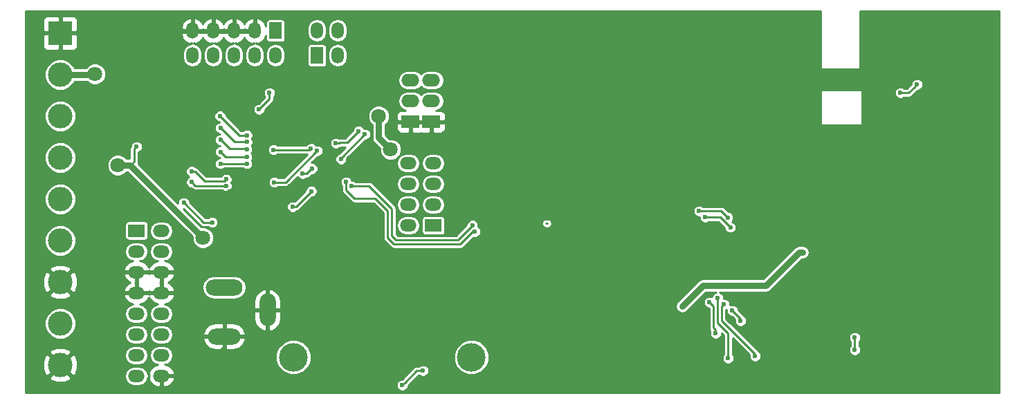
<source format=gbr>
G04 #@! TF.FileFunction,Copper,L2,Bot,Signal*
%FSLAX46Y46*%
G04 Gerber Fmt 4.6, Leading zero omitted, Abs format (unit mm)*
G04 Created by KiCad (PCBNEW (2015-05-11 BZR 5650)-product) date Mon 11 May 2015 08:58:08 PM *
%MOMM*%
G01*
G04 APERTURE LIST*
%ADD10C,0.100000*%
%ADD11R,1.998980X1.524000*%
%ADD12O,1.998980X1.524000*%
%ADD13R,2.199640X1.524000*%
%ADD14O,2.199640X1.524000*%
%ADD15C,3.500120*%
%ADD16O,1.998980X4.000500*%
%ADD17O,4.000500X1.998980*%
%ADD18O,4.500880X1.998980*%
%ADD19R,2.999740X2.999740*%
%ADD20C,2.999740*%
%ADD21R,1.524000X1.998980*%
%ADD22O,1.524000X1.998980*%
%ADD23C,0.600000*%
%ADD24C,1.800000*%
%ADD25C,0.254000*%
%ADD26C,0.800000*%
G04 APERTURE END LIST*
D10*
D11*
X78491080Y-114681000D03*
D12*
X81528920Y-114681000D03*
X78491080Y-117221000D03*
X81528920Y-117221000D03*
X78491080Y-119761000D03*
X81528920Y-119761000D03*
X78491080Y-122301000D03*
X81528920Y-122301000D03*
X78491080Y-124841000D03*
X81528920Y-124841000D03*
X78491080Y-127381000D03*
X81528920Y-127381000D03*
X78491080Y-129921000D03*
X81528920Y-129921000D03*
X78491080Y-132461000D03*
X81528920Y-132461000D03*
D13*
X112014000Y-101346000D03*
D14*
X112014000Y-98806000D03*
X112014000Y-96266000D03*
D15*
X97701100Y-130175000D03*
X119468900Y-130175000D03*
D16*
X94518480Y-124388880D03*
D17*
X89217500Y-127640080D03*
D18*
X89217500Y-121638060D03*
D19*
X69151500Y-90487500D03*
D20*
X69151500Y-105727500D03*
X69151500Y-110807500D03*
X69151500Y-115887500D03*
X69151500Y-120967500D03*
X69151500Y-126047500D03*
X69151500Y-131127500D03*
X69151500Y-100647500D03*
X69151500Y-95567500D03*
D13*
X114554000Y-101346000D03*
D14*
X114554000Y-98806000D03*
X114554000Y-96266000D03*
D21*
X95504000Y-90175080D03*
D22*
X95504000Y-93212920D03*
X92964000Y-90175080D03*
X92964000Y-93212920D03*
X90424000Y-90175080D03*
X90424000Y-93212920D03*
X87884000Y-90175080D03*
X87884000Y-93212920D03*
X85344000Y-90175080D03*
X85344000Y-93212920D03*
D21*
X100584000Y-93212920D03*
D22*
X100584000Y-90175080D03*
X103124000Y-93212920D03*
X103124000Y-90175080D03*
D11*
X114802920Y-114046000D03*
D12*
X111765080Y-114046000D03*
X114802920Y-111506000D03*
X111765080Y-111506000D03*
X114802920Y-108966000D03*
X111765080Y-108966000D03*
X114802920Y-106426000D03*
X111765080Y-106426000D03*
D23*
X78486000Y-104394000D03*
D24*
X73406000Y-95504000D03*
X76200000Y-106680004D03*
X86614000Y-115570000D03*
D23*
X110996590Y-133605410D03*
X113538000Y-131826000D03*
X166370000Y-129286000D03*
X166370000Y-127762000D03*
X175260000Y-111506000D03*
X175260000Y-105410000D03*
X172701119Y-93616225D03*
X167640000Y-121158000D03*
X127762000Y-113792000D03*
X131318000Y-113030000D03*
X80264000Y-104394000D03*
X149098000Y-97536000D03*
D24*
X122936000Y-118364000D03*
D23*
X119380000Y-104648000D03*
X82550000Y-98044000D03*
X75502630Y-109538630D03*
X76233194Y-102182565D03*
X160528000Y-125222000D03*
X160528000Y-129286000D03*
X152908000Y-115824000D03*
X155956000Y-118618000D03*
X166624000Y-96520000D03*
X165608000Y-96520000D03*
X163576000Y-96520000D03*
X162560000Y-96520000D03*
X161544000Y-96520000D03*
X160528000Y-96520000D03*
X159512000Y-96520000D03*
D24*
X140716000Y-121158000D03*
X139192000Y-133096000D03*
X107492800Y-127711200D03*
X113131600Y-126492000D03*
D23*
X99060000Y-108712000D03*
X89901213Y-109869321D03*
X98553130Y-100582870D03*
X104013000Y-113157000D03*
X99603565Y-103841263D03*
X107132918Y-105398960D03*
X94615000Y-113538000D03*
X102616000Y-109728000D03*
X83820000Y-96146990D03*
X80772000Y-88773000D03*
X168656000Y-89662000D03*
X169926000Y-89662000D03*
X171196000Y-89662000D03*
X94742000Y-97790000D03*
X93472000Y-99822000D03*
X149352000Y-127254000D03*
X148590000Y-123444000D03*
D24*
X109575600Y-104749600D03*
X108121102Y-100666898D03*
D23*
X160020000Y-117348000D03*
X147840545Y-121399455D03*
X145288000Y-123952000D03*
X84264500Y-111252000D03*
X87757000Y-113665000D03*
X97599500Y-111760000D03*
X99885500Y-109855000D03*
X150842863Y-113078938D03*
X147320000Y-112268000D03*
X151384000Y-124460000D03*
X152400000Y-125730000D03*
X151153604Y-114276396D03*
X148082000Y-113030000D03*
X173990000Y-96774000D03*
X171958000Y-97790000D03*
X103512980Y-105918000D03*
X98806000Y-107696000D03*
X99986506Y-107100444D03*
X106426000Y-102870000D03*
X92011500Y-103822500D03*
X88773000Y-102108000D03*
X91998440Y-104711500D03*
X88773000Y-103568500D03*
X91983882Y-105649126D03*
X88773000Y-105029000D03*
X85224980Y-107420783D03*
X89471500Y-108394504D03*
X85224980Y-108742664D03*
X89471500Y-109194513D03*
X150876000Y-130302000D03*
X149606000Y-122936000D03*
X119888000Y-114808000D03*
X104140000Y-108712000D03*
X119600990Y-114033606D03*
X154178000Y-130048000D03*
X150368000Y-123698000D03*
X104803318Y-109220000D03*
X95342911Y-108767506D03*
X100584566Y-104902228D03*
X91998422Y-106489500D03*
X88773000Y-106489500D03*
X95250000Y-104775000D03*
X92011500Y-102997000D03*
X88709500Y-100647500D03*
X99841831Y-104604970D03*
X102872003Y-103977953D03*
X105664000Y-102488988D03*
D25*
X128778000Y-113792000D02*
X128625600Y-113792000D01*
X78486000Y-104394000D02*
X78186001Y-104693999D01*
X78186001Y-104693999D02*
X78186001Y-106218007D01*
X78186001Y-106218007D02*
X77724004Y-106680004D01*
D26*
X73342500Y-95567500D02*
X73406000Y-95504000D01*
X69151500Y-95567500D02*
X73342500Y-95567500D01*
X77724004Y-106680004D02*
X77472792Y-106680004D01*
X77472792Y-106680004D02*
X76200000Y-106680004D01*
X86614000Y-115570000D02*
X77724004Y-106680004D01*
D25*
X111296589Y-133305411D02*
X110996590Y-133605410D01*
X113538000Y-131826000D02*
X112776000Y-131826000D01*
X112776000Y-131826000D02*
X111296589Y-133305411D01*
X166370000Y-127762000D02*
X166370000Y-129286000D01*
X85344000Y-90424000D02*
X82423000Y-90424000D01*
X82423000Y-90424000D02*
X80772000Y-88773000D01*
X92964000Y-90424000D02*
X85344000Y-90424000D01*
X92964000Y-90424000D02*
X87884000Y-90424000D01*
X92964000Y-90424000D02*
X90424000Y-90424000D01*
X81280000Y-132461000D02*
X85650070Y-132461000D01*
X85650070Y-132461000D02*
X89217500Y-128893570D01*
X89217500Y-128893570D02*
X89217500Y-127640080D01*
X155956000Y-118364000D02*
X155956000Y-118618000D01*
X99568000Y-103632000D02*
X99568000Y-103805698D01*
X99568000Y-103805698D02*
X99603565Y-103841263D01*
X107188000Y-105454042D02*
X107132918Y-105398960D01*
X107188000Y-105664000D02*
X107188000Y-105454042D01*
X102316001Y-110027999D02*
X102616000Y-109728000D01*
X102108000Y-109982000D02*
X102153999Y-110027999D01*
X102153999Y-110027999D02*
X102316001Y-110027999D01*
X83820000Y-96146990D02*
X83820000Y-96266000D01*
X80772000Y-88773000D02*
X81071999Y-89072999D01*
X93472000Y-99822000D02*
X94742000Y-98552000D01*
X94742000Y-98552000D02*
X94742000Y-97790000D01*
X149352000Y-126829736D02*
X149352000Y-127254000D01*
X149098000Y-126575736D02*
X149352000Y-126829736D01*
X149098000Y-123952000D02*
X149098000Y-126575736D01*
X148590000Y-123444000D02*
X149098000Y-123952000D01*
X148889999Y-123743999D02*
X148590000Y-123444000D01*
X149098000Y-123952000D02*
X148889999Y-123743999D01*
X149098000Y-125476000D02*
X149098000Y-123952000D01*
D26*
X108675601Y-103849601D02*
X109575600Y-104749600D01*
X108121102Y-100666898D02*
X108121102Y-103295102D01*
X108121102Y-103295102D02*
X108675601Y-103849601D01*
X147840545Y-121399455D02*
X147853090Y-121412000D01*
X147853090Y-121412000D02*
X155531736Y-121412000D01*
X155531736Y-121412000D02*
X159595736Y-117348000D01*
X159595736Y-117348000D02*
X160020000Y-117348000D01*
X145288000Y-123952000D02*
X147840545Y-121399455D01*
D25*
X87757000Y-113665000D02*
X86677500Y-113665000D01*
X86677500Y-113665000D02*
X84264500Y-111252000D01*
X99885500Y-109855000D02*
X97980500Y-111760000D01*
X97980500Y-111760000D02*
X97599500Y-111760000D01*
X147320000Y-112268000D02*
X150031925Y-112268000D01*
X150031925Y-112268000D02*
X150542864Y-112778939D01*
X150542864Y-112778939D02*
X150842863Y-113078938D01*
X152400000Y-125730000D02*
X152400000Y-125476000D01*
X152400000Y-125476000D02*
X151384000Y-124460000D01*
X150853605Y-113976397D02*
X151153604Y-114276396D01*
X148082000Y-113030000D02*
X149907208Y-113030000D01*
X149907208Y-113030000D02*
X150853605Y-113976397D01*
X173690001Y-97073999D02*
X173990000Y-96774000D01*
X172974000Y-97790000D02*
X173690001Y-97073999D01*
X171958000Y-97790000D02*
X172974000Y-97790000D01*
X103512980Y-105783020D02*
X103512980Y-105918000D01*
X106426000Y-102870000D02*
X103512980Y-105783020D01*
X99822000Y-107188000D02*
X99314000Y-107696000D01*
X99314000Y-107696000D02*
X98806000Y-107696000D01*
X88773000Y-102108000D02*
X90487500Y-103822500D01*
X90487500Y-103822500D02*
X90805000Y-103822500D01*
X90805000Y-103822500D02*
X92011500Y-103822500D01*
X88773000Y-103568500D02*
X89852500Y-104648000D01*
X89852500Y-104648000D02*
X91934940Y-104648000D01*
X91934940Y-104648000D02*
X91998440Y-104711500D01*
X91559618Y-105649126D02*
X91983882Y-105649126D01*
X89393126Y-105649126D02*
X91559618Y-105649126D01*
X88773000Y-105029000D02*
X89393126Y-105649126D01*
X89471500Y-108394504D02*
X89281004Y-108585000D01*
X89281004Y-108585000D02*
X86813461Y-108585000D01*
X86813461Y-108585000D02*
X85649244Y-107420783D01*
X85649244Y-107420783D02*
X85224980Y-107420783D01*
X89471500Y-109194513D02*
X85676829Y-109194513D01*
X85524979Y-109042663D02*
X85224980Y-108742664D01*
X85676829Y-109194513D02*
X85524979Y-109042663D01*
X104140000Y-108712000D02*
X104140000Y-109728000D01*
X104140000Y-109728000D02*
X105156000Y-110744000D01*
X105156000Y-110744000D02*
X107696000Y-110744000D01*
X107696000Y-110744000D02*
X109220000Y-112268000D01*
X109220000Y-112268000D02*
X109220000Y-115570000D01*
X109220000Y-115570000D02*
X109982000Y-116332000D01*
X109982000Y-116332000D02*
X118110000Y-116332000D01*
X118110000Y-116332000D02*
X119634000Y-114808000D01*
X119634000Y-114808000D02*
X119888000Y-114808000D01*
X149606000Y-122936000D02*
X149606000Y-125984000D01*
X149606000Y-125984000D02*
X150876000Y-127254000D01*
X150876000Y-127254000D02*
X150876000Y-130302000D01*
X109728000Y-115316000D02*
X110236000Y-115824000D01*
X119300991Y-114333605D02*
X119600990Y-114033606D01*
X117810596Y-115824000D02*
X119300991Y-114333605D01*
X110236000Y-115824000D02*
X117810596Y-115824000D01*
X109728000Y-112014000D02*
X109728000Y-115316000D01*
X104803318Y-109220000D02*
X106934000Y-109220000D01*
X106934000Y-109220000D02*
X109728000Y-112014000D01*
X150068001Y-125684001D02*
X154178000Y-129794000D01*
X154178000Y-129794000D02*
X154178000Y-130048000D01*
X150368000Y-123698000D02*
X150068001Y-123997999D01*
X150068001Y-123997999D02*
X150068001Y-125684001D01*
X96719288Y-108767506D02*
X95767175Y-108767506D01*
X100584566Y-104902228D02*
X96719288Y-108767506D01*
X95767175Y-108767506D02*
X95342911Y-108767506D01*
X88773000Y-106489500D02*
X91998422Y-106489500D01*
X95250000Y-104775000D02*
X99671801Y-104775000D01*
X99671801Y-104775000D02*
X99841831Y-104604970D01*
X88709500Y-100647500D02*
X91059000Y-102997000D01*
X91059000Y-102997000D02*
X92011500Y-102997000D01*
X103378000Y-103886000D02*
X104266988Y-103886000D01*
X103286047Y-103977953D02*
X103378000Y-103886000D01*
X104266988Y-103886000D02*
X105664000Y-102488988D01*
X102872003Y-103977953D02*
X103286047Y-103977953D01*
G36*
X184023000Y-134493000D02*
X174717126Y-134493000D01*
X174717126Y-96630025D01*
X174606680Y-96362725D01*
X174402350Y-96158039D01*
X174135244Y-96047126D01*
X173846025Y-96046874D01*
X173578725Y-96157320D01*
X173374039Y-96361650D01*
X173263126Y-96628756D01*
X173263048Y-96717477D01*
X172744526Y-97236000D01*
X172432203Y-97236000D01*
X172370350Y-97174039D01*
X172103244Y-97063126D01*
X171814025Y-97062874D01*
X171546725Y-97173320D01*
X171342039Y-97377650D01*
X171231126Y-97644756D01*
X171230874Y-97933975D01*
X171341320Y-98201275D01*
X171545650Y-98405961D01*
X171812756Y-98516874D01*
X172101975Y-98517126D01*
X172369275Y-98406680D01*
X172432064Y-98344000D01*
X172974000Y-98344000D01*
X173186006Y-98301829D01*
X173186007Y-98301829D01*
X173365737Y-98181737D01*
X174046424Y-97501049D01*
X174133975Y-97501126D01*
X174401275Y-97390680D01*
X174605961Y-97186350D01*
X174716874Y-96919244D01*
X174717126Y-96630025D01*
X174717126Y-134493000D01*
X167259000Y-134493000D01*
X167259000Y-101727000D01*
X167259000Y-97409000D01*
X162179000Y-97409000D01*
X162179000Y-101727000D01*
X167259000Y-101727000D01*
X167259000Y-134493000D01*
X167097126Y-134493000D01*
X167097126Y-129142025D01*
X166986680Y-128874725D01*
X166924000Y-128811935D01*
X166924000Y-128236203D01*
X166985961Y-128174350D01*
X167096874Y-127907244D01*
X167097126Y-127618025D01*
X166986680Y-127350725D01*
X166782350Y-127146039D01*
X166515244Y-127035126D01*
X166226025Y-127034874D01*
X165958725Y-127145320D01*
X165754039Y-127349650D01*
X165643126Y-127616756D01*
X165642874Y-127905975D01*
X165753320Y-128173275D01*
X165816000Y-128236064D01*
X165816000Y-128811796D01*
X165754039Y-128873650D01*
X165643126Y-129140756D01*
X165642874Y-129429975D01*
X165753320Y-129697275D01*
X165957650Y-129901961D01*
X166224756Y-130012874D01*
X166513975Y-130013126D01*
X166781275Y-129902680D01*
X166985961Y-129698350D01*
X167096874Y-129431244D01*
X167097126Y-129142025D01*
X167097126Y-134493000D01*
X160847000Y-134493000D01*
X160847000Y-117348000D01*
X160784048Y-117031521D01*
X160604777Y-116763223D01*
X160336479Y-116583952D01*
X160020000Y-116521000D01*
X159595736Y-116521000D01*
X159279257Y-116583952D01*
X159010959Y-116763223D01*
X155189182Y-120585000D01*
X151880730Y-120585000D01*
X151880730Y-114132421D01*
X151770284Y-113865121D01*
X151565954Y-113660435D01*
X151370629Y-113579328D01*
X151458824Y-113491288D01*
X151569737Y-113224182D01*
X151569989Y-112934963D01*
X151459543Y-112667663D01*
X151255213Y-112462977D01*
X150988107Y-112352064D01*
X150899385Y-112351986D01*
X150423662Y-111876263D01*
X150243932Y-111756171D01*
X150031925Y-111714000D01*
X147794203Y-111714000D01*
X147732350Y-111652039D01*
X147465244Y-111541126D01*
X147176025Y-111540874D01*
X146908725Y-111651320D01*
X146704039Y-111855650D01*
X146593126Y-112122756D01*
X146592874Y-112411975D01*
X146703320Y-112679275D01*
X146907650Y-112883961D01*
X147174756Y-112994874D01*
X147355029Y-112995031D01*
X147354874Y-113173975D01*
X147465320Y-113441275D01*
X147669650Y-113645961D01*
X147936756Y-113756874D01*
X148225975Y-113757126D01*
X148493275Y-113646680D01*
X148556064Y-113584000D01*
X149677733Y-113584000D01*
X150426554Y-114332820D01*
X150426478Y-114420371D01*
X150536924Y-114687671D01*
X150741254Y-114892357D01*
X151008360Y-115003270D01*
X151297579Y-115003522D01*
X151564879Y-114893076D01*
X151769565Y-114688746D01*
X151880478Y-114421640D01*
X151880730Y-114132421D01*
X151880730Y-120585000D01*
X147903612Y-120585000D01*
X147840545Y-120572455D01*
X147524066Y-120635407D01*
X147255768Y-120814678D01*
X144703223Y-123367223D01*
X144523952Y-123635521D01*
X144461000Y-123952000D01*
X144523952Y-124268479D01*
X144703223Y-124536777D01*
X144971521Y-124716048D01*
X145288000Y-124779000D01*
X145604479Y-124716048D01*
X145872777Y-124536777D01*
X148170554Y-122239000D01*
X149389114Y-122239000D01*
X149194725Y-122319320D01*
X148990039Y-122523650D01*
X148884043Y-122778913D01*
X148735244Y-122717126D01*
X148446025Y-122716874D01*
X148178725Y-122827320D01*
X147974039Y-123031650D01*
X147863126Y-123298756D01*
X147862874Y-123587975D01*
X147973320Y-123855275D01*
X148177650Y-124059961D01*
X148444756Y-124170874D01*
X148533476Y-124170951D01*
X148533477Y-124170951D01*
X148544000Y-124181474D01*
X148544000Y-125476000D01*
X148544000Y-126575736D01*
X148586171Y-126787743D01*
X148692404Y-126946732D01*
X148625126Y-127108756D01*
X148624874Y-127397975D01*
X148735320Y-127665275D01*
X148939650Y-127869961D01*
X149206756Y-127980874D01*
X149495975Y-127981126D01*
X149763275Y-127870680D01*
X149967961Y-127666350D01*
X150078874Y-127399244D01*
X150079012Y-127240486D01*
X150322000Y-127483474D01*
X150322000Y-129827796D01*
X150260039Y-129889650D01*
X150149126Y-130156756D01*
X150148874Y-130445975D01*
X150259320Y-130713275D01*
X150463650Y-130917961D01*
X150730756Y-131028874D01*
X151019975Y-131029126D01*
X151287275Y-130918680D01*
X151491961Y-130714350D01*
X151602874Y-130447244D01*
X151603126Y-130158025D01*
X151492680Y-129890725D01*
X151430000Y-129827935D01*
X151430000Y-127829474D01*
X153466428Y-129865902D01*
X153451126Y-129902756D01*
X153450874Y-130191975D01*
X153561320Y-130459275D01*
X153765650Y-130663961D01*
X154032756Y-130774874D01*
X154321975Y-130775126D01*
X154589275Y-130664680D01*
X154793961Y-130460350D01*
X154904874Y-130193244D01*
X154905126Y-129904025D01*
X154794680Y-129636725D01*
X154590350Y-129432039D01*
X154589357Y-129431626D01*
X154569737Y-129402263D01*
X150622001Y-125454527D01*
X150622001Y-124379664D01*
X150657082Y-124365169D01*
X150656874Y-124603975D01*
X150767320Y-124871275D01*
X150971650Y-125075961D01*
X151238756Y-125186874D01*
X151327477Y-125186951D01*
X151688428Y-125547902D01*
X151673126Y-125584756D01*
X151672874Y-125873975D01*
X151783320Y-126141275D01*
X151987650Y-126345961D01*
X152254756Y-126456874D01*
X152543975Y-126457126D01*
X152811275Y-126346680D01*
X153015961Y-126142350D01*
X153126874Y-125875244D01*
X153127126Y-125586025D01*
X153016680Y-125318725D01*
X152812350Y-125114039D01*
X152811357Y-125113626D01*
X152791737Y-125084263D01*
X152111049Y-124403575D01*
X152111126Y-124316025D01*
X152000680Y-124048725D01*
X151796350Y-123844039D01*
X151529244Y-123733126D01*
X151240025Y-123732874D01*
X151094917Y-123792830D01*
X151095126Y-123554025D01*
X150984680Y-123286725D01*
X150780350Y-123082039D01*
X150513244Y-122971126D01*
X150332970Y-122970968D01*
X150333126Y-122792025D01*
X150222680Y-122524725D01*
X150018350Y-122320039D01*
X149823187Y-122239000D01*
X155531736Y-122239000D01*
X155848215Y-122176048D01*
X156116513Y-121996777D01*
X159938290Y-118175000D01*
X160020000Y-118175000D01*
X160336479Y-118112048D01*
X160604777Y-117932777D01*
X160784048Y-117664479D01*
X160847000Y-117348000D01*
X160847000Y-134493000D01*
X129332000Y-134493000D01*
X129332000Y-113792000D01*
X129289829Y-113579993D01*
X129169737Y-113400263D01*
X128990007Y-113280171D01*
X128778000Y-113238000D01*
X128625600Y-113238000D01*
X128413593Y-113280171D01*
X128233863Y-113400263D01*
X128113771Y-113579993D01*
X128071600Y-113792000D01*
X128113771Y-114004007D01*
X128233863Y-114183737D01*
X128413593Y-114303829D01*
X128625600Y-114346000D01*
X128778000Y-114346000D01*
X128990007Y-114303829D01*
X129169737Y-114183737D01*
X129289829Y-114004007D01*
X129332000Y-113792000D01*
X129332000Y-134493000D01*
X121646337Y-134493000D01*
X121646337Y-129743856D01*
X121315598Y-128943406D01*
X120703715Y-128330455D01*
X120615126Y-128293669D01*
X120615126Y-114664025D01*
X120504680Y-114396725D01*
X120315913Y-114207629D01*
X120327864Y-114178850D01*
X120328116Y-113889631D01*
X120217670Y-113622331D01*
X120013340Y-113417645D01*
X119746234Y-113306732D01*
X119457015Y-113306480D01*
X119189715Y-113416926D01*
X118985029Y-113621256D01*
X118874116Y-113888362D01*
X118874038Y-113977083D01*
X117581121Y-115270000D01*
X116288820Y-115270000D01*
X116288820Y-102234309D01*
X116288820Y-101631750D01*
X116288820Y-101060250D01*
X116288820Y-100457691D01*
X116192147Y-100224302D01*
X116013519Y-100045673D01*
X115780130Y-99949000D01*
X115527511Y-99949000D01*
X115152990Y-99949000D01*
X115376743Y-99904493D01*
X115762482Y-99646750D01*
X116020225Y-99261011D01*
X116110732Y-98806000D01*
X116110732Y-96266000D01*
X116020225Y-95810989D01*
X115762482Y-95425250D01*
X115376743Y-95167507D01*
X114921732Y-95077000D01*
X114186268Y-95077000D01*
X113731257Y-95167507D01*
X113345518Y-95425250D01*
X113284000Y-95517318D01*
X113222482Y-95425250D01*
X112836743Y-95167507D01*
X112381732Y-95077000D01*
X111646268Y-95077000D01*
X111191257Y-95167507D01*
X110805518Y-95425250D01*
X110547775Y-95810989D01*
X110457268Y-96266000D01*
X110547775Y-96721011D01*
X110805518Y-97106750D01*
X111191257Y-97364493D01*
X111646268Y-97455000D01*
X112381732Y-97455000D01*
X112836743Y-97364493D01*
X113222482Y-97106750D01*
X113284000Y-97014681D01*
X113345518Y-97106750D01*
X113731257Y-97364493D01*
X114186268Y-97455000D01*
X114921732Y-97455000D01*
X115376743Y-97364493D01*
X115762482Y-97106750D01*
X116020225Y-96721011D01*
X116110732Y-96266000D01*
X116110732Y-98806000D01*
X116020225Y-98350989D01*
X115762482Y-97965250D01*
X115376743Y-97707507D01*
X114921732Y-97617000D01*
X114186268Y-97617000D01*
X113731257Y-97707507D01*
X113345518Y-97965250D01*
X113284000Y-98057318D01*
X113222482Y-97965250D01*
X112836743Y-97707507D01*
X112381732Y-97617000D01*
X111646268Y-97617000D01*
X111191257Y-97707507D01*
X110805518Y-97965250D01*
X110547775Y-98350989D01*
X110457268Y-98806000D01*
X110547775Y-99261011D01*
X110805518Y-99646750D01*
X111191257Y-99904493D01*
X111415009Y-99949000D01*
X111040489Y-99949000D01*
X110787870Y-99949000D01*
X110554481Y-100045673D01*
X110375853Y-100224302D01*
X110279180Y-100457691D01*
X110279180Y-101060250D01*
X110437930Y-101219000D01*
X111887000Y-101219000D01*
X111887000Y-101199000D01*
X112141000Y-101199000D01*
X112141000Y-101219000D01*
X112977930Y-101219000D01*
X113590070Y-101219000D01*
X114427000Y-101219000D01*
X114427000Y-101199000D01*
X114681000Y-101199000D01*
X114681000Y-101219000D01*
X116130070Y-101219000D01*
X116288820Y-101060250D01*
X116288820Y-101631750D01*
X116130070Y-101473000D01*
X114681000Y-101473000D01*
X114681000Y-102584250D01*
X114839750Y-102743000D01*
X115527511Y-102743000D01*
X115780130Y-102743000D01*
X116013519Y-102646327D01*
X116192147Y-102467698D01*
X116288820Y-102234309D01*
X116288820Y-115270000D01*
X116257357Y-115270000D01*
X116257357Y-111506000D01*
X116257357Y-108966000D01*
X116257357Y-106426000D01*
X116166850Y-105970989D01*
X115909107Y-105585250D01*
X115523368Y-105327507D01*
X115068357Y-105237000D01*
X114537483Y-105237000D01*
X114427000Y-105258976D01*
X114427000Y-102584250D01*
X114427000Y-101473000D01*
X113590070Y-101473000D01*
X112977930Y-101473000D01*
X112141000Y-101473000D01*
X112141000Y-102584250D01*
X112299750Y-102743000D01*
X112987511Y-102743000D01*
X113240130Y-102743000D01*
X113284000Y-102724828D01*
X113327870Y-102743000D01*
X113580489Y-102743000D01*
X114268250Y-102743000D01*
X114427000Y-102584250D01*
X114427000Y-105258976D01*
X114082472Y-105327507D01*
X113696733Y-105585250D01*
X113438990Y-105970989D01*
X113348483Y-106426000D01*
X113438990Y-106881011D01*
X113696733Y-107266750D01*
X114082472Y-107524493D01*
X114537483Y-107615000D01*
X115068357Y-107615000D01*
X115523368Y-107524493D01*
X115909107Y-107266750D01*
X116166850Y-106881011D01*
X116257357Y-106426000D01*
X116257357Y-108966000D01*
X116166850Y-108510989D01*
X115909107Y-108125250D01*
X115523368Y-107867507D01*
X115068357Y-107777000D01*
X114537483Y-107777000D01*
X114082472Y-107867507D01*
X113696733Y-108125250D01*
X113438990Y-108510989D01*
X113348483Y-108966000D01*
X113438990Y-109421011D01*
X113696733Y-109806750D01*
X114082472Y-110064493D01*
X114537483Y-110155000D01*
X115068357Y-110155000D01*
X115523368Y-110064493D01*
X115909107Y-109806750D01*
X116166850Y-109421011D01*
X116257357Y-108966000D01*
X116257357Y-111506000D01*
X116166850Y-111050989D01*
X115909107Y-110665250D01*
X115523368Y-110407507D01*
X115068357Y-110317000D01*
X114537483Y-110317000D01*
X114082472Y-110407507D01*
X113696733Y-110665250D01*
X113438990Y-111050989D01*
X113348483Y-111506000D01*
X113438990Y-111961011D01*
X113696733Y-112346750D01*
X114082472Y-112604493D01*
X114537483Y-112695000D01*
X115068357Y-112695000D01*
X115523368Y-112604493D01*
X115909107Y-112346750D01*
X116166850Y-111961011D01*
X116257357Y-111506000D01*
X116257357Y-115270000D01*
X116237775Y-115270000D01*
X116237775Y-114808000D01*
X116237775Y-113284000D01*
X116206186Y-113121186D01*
X116112186Y-112978088D01*
X115970278Y-112882300D01*
X115802410Y-112848635D01*
X113803430Y-112848635D01*
X113640616Y-112880224D01*
X113497518Y-112974224D01*
X113401730Y-113116132D01*
X113368065Y-113284000D01*
X113368065Y-114808000D01*
X113399654Y-114970814D01*
X113493654Y-115113912D01*
X113635562Y-115209700D01*
X113803430Y-115243365D01*
X115802410Y-115243365D01*
X115965224Y-115211776D01*
X116108322Y-115117776D01*
X116204110Y-114975868D01*
X116237775Y-114808000D01*
X116237775Y-115270000D01*
X113219517Y-115270000D01*
X113219517Y-114046000D01*
X113219517Y-111506000D01*
X113219517Y-108966000D01*
X113219517Y-106426000D01*
X113129010Y-105970989D01*
X112871267Y-105585250D01*
X112485528Y-105327507D01*
X112030517Y-105237000D01*
X111887000Y-105237000D01*
X111887000Y-102584250D01*
X111887000Y-101473000D01*
X110437930Y-101473000D01*
X110279180Y-101631750D01*
X110279180Y-102234309D01*
X110375853Y-102467698D01*
X110554481Y-102646327D01*
X110787870Y-102743000D01*
X111040489Y-102743000D01*
X111728250Y-102743000D01*
X111887000Y-102584250D01*
X111887000Y-105237000D01*
X111499643Y-105237000D01*
X111044632Y-105327507D01*
X110902829Y-105422256D01*
X110902829Y-104486802D01*
X110701231Y-103998897D01*
X110328266Y-103625281D01*
X109840715Y-103422831D01*
X109418016Y-103422462D01*
X109260378Y-103264824D01*
X108948102Y-102952548D01*
X108948102Y-101716364D01*
X109245421Y-101419564D01*
X109447871Y-100932013D01*
X109448331Y-100404100D01*
X109246733Y-99916195D01*
X108873768Y-99542579D01*
X108386217Y-99340129D01*
X107858304Y-99339669D01*
X107370399Y-99541267D01*
X106996783Y-99914232D01*
X106794333Y-100401783D01*
X106793873Y-100929696D01*
X106995471Y-101417601D01*
X107294102Y-101716753D01*
X107294102Y-103295102D01*
X107357054Y-103611581D01*
X107536325Y-103879879D01*
X108090824Y-104434378D01*
X108248737Y-104592291D01*
X108248371Y-105012398D01*
X108449969Y-105500303D01*
X108822934Y-105873919D01*
X109310485Y-106076369D01*
X109838398Y-106076829D01*
X110326303Y-105875231D01*
X110699919Y-105502266D01*
X110902369Y-105014715D01*
X110902829Y-104486802D01*
X110902829Y-105422256D01*
X110658893Y-105585250D01*
X110401150Y-105970989D01*
X110310643Y-106426000D01*
X110401150Y-106881011D01*
X110658893Y-107266750D01*
X111044632Y-107524493D01*
X111499643Y-107615000D01*
X112030517Y-107615000D01*
X112485528Y-107524493D01*
X112871267Y-107266750D01*
X113129010Y-106881011D01*
X113219517Y-106426000D01*
X113219517Y-108966000D01*
X113129010Y-108510989D01*
X112871267Y-108125250D01*
X112485528Y-107867507D01*
X112030517Y-107777000D01*
X111499643Y-107777000D01*
X111044632Y-107867507D01*
X110658893Y-108125250D01*
X110401150Y-108510989D01*
X110310643Y-108966000D01*
X110401150Y-109421011D01*
X110658893Y-109806750D01*
X111044632Y-110064493D01*
X111499643Y-110155000D01*
X112030517Y-110155000D01*
X112485528Y-110064493D01*
X112871267Y-109806750D01*
X113129010Y-109421011D01*
X113219517Y-108966000D01*
X113219517Y-111506000D01*
X113129010Y-111050989D01*
X112871267Y-110665250D01*
X112485528Y-110407507D01*
X112030517Y-110317000D01*
X111499643Y-110317000D01*
X111044632Y-110407507D01*
X110658893Y-110665250D01*
X110401150Y-111050989D01*
X110310643Y-111506000D01*
X110401150Y-111961011D01*
X110658893Y-112346750D01*
X111044632Y-112604493D01*
X111499643Y-112695000D01*
X112030517Y-112695000D01*
X112485528Y-112604493D01*
X112871267Y-112346750D01*
X113129010Y-111961011D01*
X113219517Y-111506000D01*
X113219517Y-114046000D01*
X113129010Y-113590989D01*
X112871267Y-113205250D01*
X112485528Y-112947507D01*
X112030517Y-112857000D01*
X111499643Y-112857000D01*
X111044632Y-112947507D01*
X110658893Y-113205250D01*
X110401150Y-113590989D01*
X110310643Y-114046000D01*
X110401150Y-114501011D01*
X110658893Y-114886750D01*
X111044632Y-115144493D01*
X111499643Y-115235000D01*
X112030517Y-115235000D01*
X112485528Y-115144493D01*
X112871267Y-114886750D01*
X113129010Y-114501011D01*
X113219517Y-114046000D01*
X113219517Y-115270000D01*
X110465474Y-115270000D01*
X110282000Y-115086525D01*
X110282000Y-112014000D01*
X110239830Y-111801994D01*
X110239829Y-111801993D01*
X110119737Y-111622263D01*
X107325737Y-108828263D01*
X107153126Y-108712927D01*
X107153126Y-102726025D01*
X107042680Y-102458725D01*
X106838350Y-102254039D01*
X106571244Y-102143126D01*
X106307613Y-102142896D01*
X106280680Y-102077713D01*
X106076350Y-101873027D01*
X105809244Y-101762114D01*
X105520025Y-101761862D01*
X105252725Y-101872308D01*
X105048039Y-102076638D01*
X104937126Y-102343744D01*
X104937048Y-102432465D01*
X104313000Y-103056513D01*
X104313000Y-93478357D01*
X104313000Y-92947483D01*
X104313000Y-90440517D01*
X104313000Y-89909643D01*
X104222493Y-89454632D01*
X103964750Y-89068893D01*
X103579011Y-88811150D01*
X103124000Y-88720643D01*
X102668989Y-88811150D01*
X102283250Y-89068893D01*
X102025507Y-89454632D01*
X101935000Y-89909643D01*
X101935000Y-90440517D01*
X102025507Y-90895528D01*
X102283250Y-91281267D01*
X102668989Y-91539010D01*
X103124000Y-91629517D01*
X103579011Y-91539010D01*
X103964750Y-91281267D01*
X104222493Y-90895528D01*
X104313000Y-90440517D01*
X104313000Y-92947483D01*
X104222493Y-92492472D01*
X103964750Y-92106733D01*
X103579011Y-91848990D01*
X103124000Y-91758483D01*
X102668989Y-91848990D01*
X102283250Y-92106733D01*
X102025507Y-92492472D01*
X101935000Y-92947483D01*
X101935000Y-93478357D01*
X102025507Y-93933368D01*
X102283250Y-94319107D01*
X102668989Y-94576850D01*
X103124000Y-94667357D01*
X103579011Y-94576850D01*
X103964750Y-94319107D01*
X104222493Y-93933368D01*
X104313000Y-93478357D01*
X104313000Y-103056513D01*
X104037514Y-103332000D01*
X103378000Y-103332000D01*
X103265849Y-103354308D01*
X103265848Y-103354308D01*
X103017247Y-103251079D01*
X102728028Y-103250827D01*
X102460728Y-103361273D01*
X102256042Y-103565603D01*
X102145129Y-103832709D01*
X102144877Y-104121928D01*
X102255323Y-104389228D01*
X102459653Y-104593914D01*
X102726759Y-104704827D01*
X103015978Y-104705079D01*
X103283278Y-104594633D01*
X103361002Y-104517043D01*
X103498053Y-104489782D01*
X103498054Y-104489782D01*
X103572557Y-104440000D01*
X104072526Y-104440000D01*
X103288309Y-105224216D01*
X103101705Y-105301320D01*
X102897019Y-105505650D01*
X102786106Y-105772756D01*
X102785854Y-106061975D01*
X102896300Y-106329275D01*
X103100630Y-106533961D01*
X103367736Y-106644874D01*
X103656955Y-106645126D01*
X103924255Y-106534680D01*
X104128941Y-106330350D01*
X104239854Y-106063244D01*
X104240049Y-105839424D01*
X106482424Y-103597049D01*
X106569975Y-103597126D01*
X106837275Y-103486680D01*
X107041961Y-103282350D01*
X107152874Y-103015244D01*
X107153126Y-102726025D01*
X107153126Y-108712927D01*
X107146007Y-108708171D01*
X106934000Y-108666000D01*
X105277521Y-108666000D01*
X105215668Y-108604039D01*
X104948562Y-108493126D01*
X104836137Y-108493028D01*
X104756680Y-108300725D01*
X104552350Y-108096039D01*
X104285244Y-107985126D01*
X103996025Y-107984874D01*
X103728725Y-108095320D01*
X103524039Y-108299650D01*
X103413126Y-108566756D01*
X103412874Y-108855975D01*
X103523320Y-109123275D01*
X103586000Y-109186064D01*
X103586000Y-109728000D01*
X103628171Y-109940007D01*
X103748263Y-110119737D01*
X104764263Y-111135737D01*
X104943993Y-111255829D01*
X104943994Y-111255829D01*
X105156000Y-111298000D01*
X107466526Y-111298000D01*
X108666000Y-112497474D01*
X108666000Y-115570000D01*
X108708171Y-115782007D01*
X108828263Y-115961737D01*
X109590263Y-116723737D01*
X109769993Y-116843829D01*
X109769994Y-116843830D01*
X109982000Y-116886000D01*
X118110000Y-116886000D01*
X118322006Y-116843829D01*
X118322007Y-116843829D01*
X118501737Y-116723737D01*
X119705902Y-115519571D01*
X119742756Y-115534874D01*
X120031975Y-115535126D01*
X120299275Y-115424680D01*
X120503961Y-115220350D01*
X120614874Y-114953244D01*
X120615126Y-114664025D01*
X120615126Y-128293669D01*
X119903844Y-127998319D01*
X119037756Y-127997563D01*
X118237306Y-128328302D01*
X117624355Y-128940185D01*
X117292219Y-129740056D01*
X117291463Y-130606144D01*
X117622202Y-131406594D01*
X118234085Y-132019545D01*
X119033956Y-132351681D01*
X119900044Y-132352437D01*
X120700494Y-132021698D01*
X121313445Y-131409815D01*
X121645581Y-130609944D01*
X121646337Y-129743856D01*
X121646337Y-134493000D01*
X114265126Y-134493000D01*
X114265126Y-131682025D01*
X114154680Y-131414725D01*
X113950350Y-131210039D01*
X113683244Y-131099126D01*
X113394025Y-131098874D01*
X113126725Y-131209320D01*
X113063935Y-131272000D01*
X112776000Y-131272000D01*
X112563993Y-131314171D01*
X112384263Y-131434263D01*
X110940165Y-132878360D01*
X110852615Y-132878284D01*
X110585315Y-132988730D01*
X110380629Y-133193060D01*
X110269716Y-133460166D01*
X110269464Y-133749385D01*
X110379910Y-134016685D01*
X110584240Y-134221371D01*
X110851346Y-134332284D01*
X111140565Y-134332536D01*
X111407865Y-134222090D01*
X111612551Y-134017760D01*
X111723464Y-133750654D01*
X111723541Y-133661932D01*
X113005474Y-132380000D01*
X113063796Y-132380000D01*
X113125650Y-132441961D01*
X113392756Y-132552874D01*
X113681975Y-132553126D01*
X113949275Y-132442680D01*
X114153961Y-132238350D01*
X114264874Y-131971244D01*
X114265126Y-131682025D01*
X114265126Y-134493000D01*
X101781365Y-134493000D01*
X101781365Y-94212410D01*
X101781365Y-92213430D01*
X101773000Y-92170315D01*
X101773000Y-90440517D01*
X101773000Y-89909643D01*
X101682493Y-89454632D01*
X101424750Y-89068893D01*
X101039011Y-88811150D01*
X100584000Y-88720643D01*
X100128989Y-88811150D01*
X99743250Y-89068893D01*
X99485507Y-89454632D01*
X99395000Y-89909643D01*
X99395000Y-90440517D01*
X99485507Y-90895528D01*
X99743250Y-91281267D01*
X100128989Y-91539010D01*
X100584000Y-91629517D01*
X101039011Y-91539010D01*
X101424750Y-91281267D01*
X101682493Y-90895528D01*
X101773000Y-90440517D01*
X101773000Y-92170315D01*
X101749776Y-92050616D01*
X101655776Y-91907518D01*
X101513868Y-91811730D01*
X101346000Y-91778065D01*
X99822000Y-91778065D01*
X99659186Y-91809654D01*
X99516088Y-91903654D01*
X99420300Y-92045562D01*
X99386635Y-92213430D01*
X99386635Y-94212410D01*
X99418224Y-94375224D01*
X99512224Y-94518322D01*
X99654132Y-94614110D01*
X99822000Y-94647775D01*
X101346000Y-94647775D01*
X101508814Y-94616186D01*
X101651912Y-94522186D01*
X101747700Y-94380278D01*
X101781365Y-94212410D01*
X101781365Y-134493000D01*
X101311692Y-134493000D01*
X101311692Y-104758253D01*
X101201246Y-104490953D01*
X100996916Y-104286267D01*
X100729810Y-104175354D01*
X100440591Y-104175102D01*
X100440137Y-104175289D01*
X100254181Y-103989009D01*
X99987075Y-103878096D01*
X99697856Y-103877844D01*
X99430556Y-103988290D01*
X99225870Y-104192620D01*
X99214085Y-104221000D01*
X96701365Y-104221000D01*
X96701365Y-91174570D01*
X96701365Y-89175590D01*
X96669776Y-89012776D01*
X96575776Y-88869678D01*
X96433868Y-88773890D01*
X96266000Y-88740225D01*
X94742000Y-88740225D01*
X94579186Y-88771814D01*
X94436088Y-88865814D01*
X94340300Y-89007722D01*
X94306635Y-89175590D01*
X94306635Y-89616724D01*
X94217135Y-89299253D01*
X93877465Y-88868290D01*
X93398728Y-88600118D01*
X93307070Y-88583370D01*
X93091000Y-88705870D01*
X93091000Y-90048080D01*
X93111000Y-90048080D01*
X93111000Y-90302080D01*
X93091000Y-90302080D01*
X93091000Y-90322080D01*
X92837000Y-90322080D01*
X92837000Y-90302080D01*
X92837000Y-90048080D01*
X92837000Y-88705870D01*
X92620930Y-88583370D01*
X92529272Y-88600118D01*
X92050535Y-88868290D01*
X91710865Y-89299253D01*
X91694000Y-89359075D01*
X91677135Y-89299253D01*
X91337465Y-88868290D01*
X90858728Y-88600118D01*
X90767070Y-88583370D01*
X90551000Y-88705870D01*
X90551000Y-90048080D01*
X91667254Y-90048080D01*
X91694000Y-90010905D01*
X91720746Y-90048080D01*
X92837000Y-90048080D01*
X92837000Y-90302080D01*
X91720746Y-90302080D01*
X91694000Y-90339254D01*
X91667254Y-90302080D01*
X90551000Y-90302080D01*
X90551000Y-90322080D01*
X90297000Y-90322080D01*
X90297000Y-90302080D01*
X90297000Y-90048080D01*
X90297000Y-88705870D01*
X90080930Y-88583370D01*
X89989272Y-88600118D01*
X89510535Y-88868290D01*
X89170865Y-89299253D01*
X89154000Y-89359075D01*
X89137135Y-89299253D01*
X88797465Y-88868290D01*
X88318728Y-88600118D01*
X88227070Y-88583370D01*
X88011000Y-88705870D01*
X88011000Y-90048080D01*
X89127254Y-90048080D01*
X89154000Y-90010905D01*
X89180746Y-90048080D01*
X90297000Y-90048080D01*
X90297000Y-90302080D01*
X89180746Y-90302080D01*
X89154000Y-90339254D01*
X89127254Y-90302080D01*
X88011000Y-90302080D01*
X88011000Y-90322080D01*
X87757000Y-90322080D01*
X87757000Y-90302080D01*
X87757000Y-90048080D01*
X87757000Y-88705870D01*
X87540930Y-88583370D01*
X87449272Y-88600118D01*
X86970535Y-88868290D01*
X86630865Y-89299253D01*
X86614000Y-89359075D01*
X86597135Y-89299253D01*
X86257465Y-88868290D01*
X85778728Y-88600118D01*
X85687070Y-88583370D01*
X85471000Y-88705870D01*
X85471000Y-90048080D01*
X86587254Y-90048080D01*
X86614000Y-90010905D01*
X86640746Y-90048080D01*
X87757000Y-90048080D01*
X87757000Y-90302080D01*
X86640746Y-90302080D01*
X86614000Y-90339254D01*
X86587254Y-90302080D01*
X85471000Y-90302080D01*
X85471000Y-90322080D01*
X85217000Y-90322080D01*
X85217000Y-90302080D01*
X85217000Y-90048080D01*
X85217000Y-88705870D01*
X85000930Y-88583370D01*
X84909272Y-88600118D01*
X84430535Y-88868290D01*
X84090865Y-89299253D01*
X83941973Y-89827398D01*
X84100746Y-90048080D01*
X85217000Y-90048080D01*
X85217000Y-90302080D01*
X84100746Y-90302080D01*
X83941973Y-90522762D01*
X84090865Y-91050907D01*
X84430535Y-91481870D01*
X84909272Y-91750042D01*
X85000930Y-91766790D01*
X85216998Y-91644291D01*
X85216998Y-91783744D01*
X84888989Y-91848990D01*
X84503250Y-92106733D01*
X84245507Y-92492472D01*
X84155000Y-92947483D01*
X84155000Y-93478357D01*
X84245507Y-93933368D01*
X84503250Y-94319107D01*
X84888989Y-94576850D01*
X85344000Y-94667357D01*
X85799011Y-94576850D01*
X86184750Y-94319107D01*
X86442493Y-93933368D01*
X86533000Y-93478357D01*
X86533000Y-92947483D01*
X86442493Y-92492472D01*
X86184750Y-92106733D01*
X85799011Y-91848990D01*
X85471002Y-91783745D01*
X85471002Y-91644291D01*
X85687070Y-91766790D01*
X85778728Y-91750042D01*
X86257465Y-91481870D01*
X86597135Y-91050907D01*
X86614000Y-90991084D01*
X86630865Y-91050907D01*
X86970535Y-91481870D01*
X87449272Y-91750042D01*
X87540930Y-91766790D01*
X87756998Y-91644291D01*
X87756998Y-91783744D01*
X87428989Y-91848990D01*
X87043250Y-92106733D01*
X86785507Y-92492472D01*
X86695000Y-92947483D01*
X86695000Y-93478357D01*
X86785507Y-93933368D01*
X87043250Y-94319107D01*
X87428989Y-94576850D01*
X87884000Y-94667357D01*
X88339011Y-94576850D01*
X88724750Y-94319107D01*
X88982493Y-93933368D01*
X89073000Y-93478357D01*
X89073000Y-92947483D01*
X88982493Y-92492472D01*
X88724750Y-92106733D01*
X88339011Y-91848990D01*
X88011002Y-91783745D01*
X88011002Y-91644291D01*
X88227070Y-91766790D01*
X88318728Y-91750042D01*
X88797465Y-91481870D01*
X89137135Y-91050907D01*
X89154000Y-90991084D01*
X89170865Y-91050907D01*
X89510535Y-91481870D01*
X89989272Y-91750042D01*
X90080930Y-91766790D01*
X90296998Y-91644291D01*
X90296998Y-91783744D01*
X89968989Y-91848990D01*
X89583250Y-92106733D01*
X89325507Y-92492472D01*
X89235000Y-92947483D01*
X89235000Y-93478357D01*
X89325507Y-93933368D01*
X89583250Y-94319107D01*
X89968989Y-94576850D01*
X90424000Y-94667357D01*
X90879011Y-94576850D01*
X91264750Y-94319107D01*
X91522493Y-93933368D01*
X91613000Y-93478357D01*
X91613000Y-92947483D01*
X91522493Y-92492472D01*
X91264750Y-92106733D01*
X90879011Y-91848990D01*
X90551002Y-91783745D01*
X90551002Y-91644291D01*
X90767070Y-91766790D01*
X90858728Y-91750042D01*
X91337465Y-91481870D01*
X91677135Y-91050907D01*
X91694000Y-90991084D01*
X91710865Y-91050907D01*
X92050535Y-91481870D01*
X92529272Y-91750042D01*
X92620930Y-91766790D01*
X92836998Y-91644291D01*
X92836998Y-91783744D01*
X92508989Y-91848990D01*
X92123250Y-92106733D01*
X91865507Y-92492472D01*
X91775000Y-92947483D01*
X91775000Y-93478357D01*
X91865507Y-93933368D01*
X92123250Y-94319107D01*
X92508989Y-94576850D01*
X92964000Y-94667357D01*
X93419011Y-94576850D01*
X93804750Y-94319107D01*
X94062493Y-93933368D01*
X94153000Y-93478357D01*
X94153000Y-92947483D01*
X94062493Y-92492472D01*
X93804750Y-92106733D01*
X93419011Y-91848990D01*
X93091002Y-91783745D01*
X93091002Y-91644291D01*
X93307070Y-91766790D01*
X93398728Y-91750042D01*
X93877465Y-91481870D01*
X94217135Y-91050907D01*
X94306635Y-90733435D01*
X94306635Y-91174570D01*
X94338224Y-91337384D01*
X94432224Y-91480482D01*
X94574132Y-91576270D01*
X94742000Y-91609935D01*
X96266000Y-91609935D01*
X96428814Y-91578346D01*
X96571912Y-91484346D01*
X96667700Y-91342438D01*
X96701365Y-91174570D01*
X96701365Y-104221000D01*
X96693000Y-104221000D01*
X96693000Y-93478357D01*
X96693000Y-92947483D01*
X96602493Y-92492472D01*
X96344750Y-92106733D01*
X95959011Y-91848990D01*
X95504000Y-91758483D01*
X95048989Y-91848990D01*
X94663250Y-92106733D01*
X94405507Y-92492472D01*
X94315000Y-92947483D01*
X94315000Y-93478357D01*
X94405507Y-93933368D01*
X94663250Y-94319107D01*
X95048989Y-94576850D01*
X95504000Y-94667357D01*
X95959011Y-94576850D01*
X96344750Y-94319107D01*
X96602493Y-93933368D01*
X96693000Y-93478357D01*
X96693000Y-104221000D01*
X95724203Y-104221000D01*
X95662350Y-104159039D01*
X95469126Y-104078804D01*
X95469126Y-97646025D01*
X95358680Y-97378725D01*
X95154350Y-97174039D01*
X94887244Y-97063126D01*
X94598025Y-97062874D01*
X94330725Y-97173320D01*
X94153000Y-97350735D01*
X94126039Y-97377650D01*
X94015126Y-97644756D01*
X94014874Y-97933975D01*
X94125320Y-98201275D01*
X94188000Y-98264064D01*
X94188000Y-98322526D01*
X93415575Y-99094950D01*
X93328025Y-99094874D01*
X93060725Y-99205320D01*
X92856039Y-99409650D01*
X92745126Y-99676756D01*
X92744874Y-99965975D01*
X92855320Y-100233275D01*
X93059650Y-100437961D01*
X93326756Y-100548874D01*
X93615975Y-100549126D01*
X93883275Y-100438680D01*
X94087961Y-100234350D01*
X94198874Y-99967244D01*
X94198951Y-99878522D01*
X95133737Y-98943737D01*
X95253829Y-98764007D01*
X95253829Y-98764006D01*
X95296000Y-98552000D01*
X95296000Y-98264203D01*
X95357961Y-98202350D01*
X95468874Y-97935244D01*
X95469126Y-97646025D01*
X95469126Y-104078804D01*
X95395244Y-104048126D01*
X95106025Y-104047874D01*
X94838725Y-104158320D01*
X94634039Y-104362650D01*
X94523126Y-104629756D01*
X94522874Y-104918975D01*
X94633320Y-105186275D01*
X94837650Y-105390961D01*
X95104756Y-105501874D01*
X95393975Y-105502126D01*
X95661275Y-105391680D01*
X95724064Y-105329000D01*
X99374320Y-105329000D01*
X96489813Y-108213506D01*
X95817114Y-108213506D01*
X95755261Y-108151545D01*
X95488155Y-108040632D01*
X95198936Y-108040380D01*
X94931636Y-108150826D01*
X94726950Y-108355156D01*
X94616037Y-108622262D01*
X94615785Y-108911481D01*
X94726231Y-109178781D01*
X94930561Y-109383467D01*
X95197667Y-109494380D01*
X95486886Y-109494632D01*
X95754186Y-109384186D01*
X95816975Y-109321506D01*
X96719288Y-109321506D01*
X96931294Y-109279335D01*
X96931295Y-109279335D01*
X97111025Y-109159243D01*
X98181622Y-108088645D01*
X98189320Y-108107275D01*
X98393650Y-108311961D01*
X98660756Y-108422874D01*
X98949975Y-108423126D01*
X99217275Y-108312680D01*
X99280064Y-108250000D01*
X99314000Y-108250000D01*
X99526006Y-108207829D01*
X99526007Y-108207829D01*
X99705737Y-108087737D01*
X99966047Y-107827426D01*
X100130481Y-107827570D01*
X100397781Y-107717124D01*
X100602467Y-107512794D01*
X100713380Y-107245688D01*
X100713632Y-106956469D01*
X100603186Y-106689169D01*
X100398856Y-106484483D01*
X100131750Y-106373570D01*
X99896902Y-106373365D01*
X100640990Y-105629277D01*
X100728541Y-105629354D01*
X100995841Y-105518908D01*
X101200527Y-105314578D01*
X101311440Y-105047472D01*
X101311692Y-104758253D01*
X101311692Y-134493000D01*
X100612626Y-134493000D01*
X100612626Y-109711025D01*
X100502180Y-109443725D01*
X100297850Y-109239039D01*
X100030744Y-109128126D01*
X99741525Y-109127874D01*
X99474225Y-109238320D01*
X99269539Y-109442650D01*
X99158626Y-109709756D01*
X99158548Y-109798477D01*
X97871334Y-111085691D01*
X97744744Y-111033126D01*
X97455525Y-111032874D01*
X97188225Y-111143320D01*
X96983539Y-111347650D01*
X96872626Y-111614756D01*
X96872374Y-111903975D01*
X96982820Y-112171275D01*
X97187150Y-112375961D01*
X97454256Y-112486874D01*
X97743475Y-112487126D01*
X98010775Y-112376680D01*
X98096722Y-112290881D01*
X98192506Y-112271829D01*
X98192507Y-112271829D01*
X98372237Y-112151737D01*
X99941924Y-110582049D01*
X100029475Y-110582126D01*
X100296775Y-110471680D01*
X100501461Y-110267350D01*
X100612374Y-110000244D01*
X100612626Y-109711025D01*
X100612626Y-134493000D01*
X99878537Y-134493000D01*
X99878537Y-129743856D01*
X99547798Y-128943406D01*
X98935915Y-128330455D01*
X98136044Y-127998319D01*
X97269956Y-127997563D01*
X96469506Y-128328302D01*
X96152970Y-128644286D01*
X96152970Y-125516640D01*
X96152970Y-124515880D01*
X96152970Y-124261880D01*
X96152970Y-123261120D01*
X95979951Y-122645295D01*
X95584436Y-122142558D01*
X95026639Y-121829447D01*
X94898834Y-121798501D01*
X94645480Y-121917855D01*
X94645480Y-124261880D01*
X96152970Y-124261880D01*
X96152970Y-124515880D01*
X94645480Y-124515880D01*
X94645480Y-126859905D01*
X94898834Y-126979259D01*
X95026639Y-126948313D01*
X95584436Y-126635202D01*
X95979951Y-126132465D01*
X96152970Y-125516640D01*
X96152970Y-128644286D01*
X95856555Y-128940185D01*
X95524419Y-129740056D01*
X95523663Y-130606144D01*
X95854402Y-131406594D01*
X96466285Y-132019545D01*
X97266156Y-132351681D01*
X98132244Y-132352437D01*
X98932694Y-132021698D01*
X99545645Y-131409815D01*
X99877781Y-130609944D01*
X99878537Y-129743856D01*
X99878537Y-134493000D01*
X94391480Y-134493000D01*
X94391480Y-126859905D01*
X94391480Y-124515880D01*
X94391480Y-124261880D01*
X94391480Y-121917855D01*
X94138126Y-121798501D01*
X94010321Y-121829447D01*
X93452524Y-122142558D01*
X93057009Y-122645295D01*
X92883990Y-123261120D01*
X92883990Y-124261880D01*
X94391480Y-124261880D01*
X94391480Y-124515880D01*
X92883990Y-124515880D01*
X92883990Y-125516640D01*
X93057009Y-126132465D01*
X93452524Y-126635202D01*
X94010321Y-126948313D01*
X94138126Y-126979259D01*
X94391480Y-126859905D01*
X94391480Y-134493000D01*
X92738626Y-134493000D01*
X92738626Y-103678525D01*
X92628180Y-103411225D01*
X92626883Y-103409926D01*
X92627461Y-103409350D01*
X92738374Y-103142244D01*
X92738626Y-102853025D01*
X92628180Y-102585725D01*
X92423850Y-102381039D01*
X92156744Y-102270126D01*
X91867525Y-102269874D01*
X91613000Y-102375041D01*
X91600225Y-102380320D01*
X91537435Y-102443000D01*
X91288474Y-102443000D01*
X89436549Y-100591075D01*
X89436626Y-100503525D01*
X89326180Y-100236225D01*
X89121850Y-100031539D01*
X89073000Y-100011254D01*
X88854744Y-99920626D01*
X88565525Y-99920374D01*
X88298225Y-100030820D01*
X88093539Y-100235150D01*
X87982626Y-100502256D01*
X87982374Y-100791475D01*
X88092820Y-101058775D01*
X88297150Y-101263461D01*
X88564256Y-101374374D01*
X88652977Y-101374451D01*
X88659426Y-101380900D01*
X88629025Y-101380874D01*
X88361725Y-101491320D01*
X88157039Y-101695650D01*
X88046126Y-101962756D01*
X88045874Y-102251975D01*
X88156320Y-102519275D01*
X88360650Y-102723961D01*
X88627756Y-102834874D01*
X88716477Y-102834951D01*
X88722981Y-102841455D01*
X88629025Y-102841374D01*
X88361725Y-102951820D01*
X88157039Y-103156150D01*
X88046126Y-103423256D01*
X88045874Y-103712475D01*
X88156320Y-103979775D01*
X88360650Y-104184461D01*
X88627756Y-104295374D01*
X88716477Y-104295451D01*
X88722981Y-104301955D01*
X88629025Y-104301874D01*
X88361725Y-104412320D01*
X88157039Y-104616650D01*
X88046126Y-104883756D01*
X88045874Y-105172975D01*
X88156320Y-105440275D01*
X88360650Y-105644961D01*
X88627756Y-105755874D01*
X88716477Y-105755951D01*
X88722981Y-105762455D01*
X88629025Y-105762374D01*
X88361725Y-105872820D01*
X88157039Y-106077150D01*
X88046126Y-106344256D01*
X88045874Y-106633475D01*
X88156320Y-106900775D01*
X88360650Y-107105461D01*
X88627756Y-107216374D01*
X88916975Y-107216626D01*
X89184275Y-107106180D01*
X89247064Y-107043500D01*
X91524218Y-107043500D01*
X91586072Y-107105461D01*
X91853178Y-107216374D01*
X92142397Y-107216626D01*
X92409697Y-107106180D01*
X92614383Y-106901850D01*
X92725296Y-106634744D01*
X92725548Y-106345525D01*
X92615102Y-106078225D01*
X92599111Y-106062206D01*
X92599843Y-106061476D01*
X92710756Y-105794370D01*
X92711008Y-105505151D01*
X92600562Y-105237851D01*
X92550469Y-105187670D01*
X92614401Y-105123850D01*
X92725314Y-104856744D01*
X92725566Y-104567525D01*
X92615120Y-104300225D01*
X92588592Y-104273651D01*
X92627461Y-104234850D01*
X92738374Y-103967744D01*
X92738626Y-103678525D01*
X92738626Y-134493000D01*
X91947394Y-134493000D01*
X91947394Y-121638060D01*
X91838809Y-121092166D01*
X91529585Y-120629379D01*
X91066798Y-120320155D01*
X90520904Y-120211570D01*
X90198626Y-120211570D01*
X90198626Y-109050538D01*
X90092712Y-108794207D01*
X90198374Y-108539748D01*
X90198626Y-108250529D01*
X90088180Y-107983229D01*
X89883850Y-107778543D01*
X89616744Y-107667630D01*
X89327525Y-107667378D01*
X89060225Y-107777824D01*
X88855539Y-107982154D01*
X88835256Y-108031000D01*
X87042935Y-108031000D01*
X86533000Y-107521065D01*
X86040981Y-107029046D01*
X85861251Y-106908954D01*
X85711556Y-106879177D01*
X85637330Y-106804822D01*
X85370224Y-106693909D01*
X85081005Y-106693657D01*
X84813705Y-106804103D01*
X84609019Y-107008433D01*
X84498106Y-107275539D01*
X84497854Y-107564758D01*
X84608300Y-107832058D01*
X84812630Y-108036744D01*
X84920887Y-108081696D01*
X84813705Y-108125984D01*
X84609019Y-108330314D01*
X84498106Y-108597420D01*
X84497854Y-108886639D01*
X84608300Y-109153939D01*
X84812630Y-109358625D01*
X85079736Y-109469538D01*
X85168457Y-109469615D01*
X85285092Y-109586250D01*
X85464822Y-109706342D01*
X85464823Y-109706342D01*
X85676829Y-109748513D01*
X88997296Y-109748513D01*
X89059150Y-109810474D01*
X89326256Y-109921387D01*
X89615475Y-109921639D01*
X89882775Y-109811193D01*
X90087461Y-109606863D01*
X90198374Y-109339757D01*
X90198626Y-109050538D01*
X90198626Y-120211570D01*
X88484126Y-120211570D01*
X88484126Y-113521025D01*
X88373680Y-113253725D01*
X88169350Y-113049039D01*
X87902244Y-112938126D01*
X87613025Y-112937874D01*
X87345725Y-113048320D01*
X87282935Y-113111000D01*
X86906974Y-113111000D01*
X84991549Y-111195575D01*
X84991626Y-111108025D01*
X84881180Y-110840725D01*
X84676850Y-110636039D01*
X84409744Y-110525126D01*
X84120525Y-110524874D01*
X83853225Y-110635320D01*
X83648539Y-110839650D01*
X83537626Y-111106756D01*
X83537436Y-111323882D01*
X78676095Y-106462541D01*
X78697830Y-106430014D01*
X78697830Y-106430013D01*
X78740000Y-106218007D01*
X78740001Y-106218007D01*
X78740001Y-105075664D01*
X78897275Y-105010680D01*
X79101961Y-104806350D01*
X79212874Y-104539244D01*
X79213126Y-104250025D01*
X79102680Y-103982725D01*
X78898350Y-103778039D01*
X78631244Y-103667126D01*
X78342025Y-103666874D01*
X78074725Y-103777320D01*
X77870039Y-103981650D01*
X77759126Y-104248756D01*
X77759033Y-104354988D01*
X77674172Y-104481992D01*
X77632001Y-104693999D01*
X77632001Y-105853004D01*
X77472792Y-105853004D01*
X77249466Y-105853004D01*
X76952666Y-105555685D01*
X76465115Y-105353235D01*
X75937202Y-105352775D01*
X75449297Y-105554373D01*
X75075681Y-105927338D01*
X74873231Y-106414889D01*
X74872771Y-106942802D01*
X75074369Y-107430707D01*
X75447334Y-107804323D01*
X75934885Y-108006773D01*
X76462798Y-108007233D01*
X76950703Y-107805635D01*
X77249855Y-107507004D01*
X77381450Y-107507004D01*
X85287137Y-115412691D01*
X85286771Y-115832798D01*
X85488369Y-116320703D01*
X85861334Y-116694319D01*
X86348885Y-116896769D01*
X86876798Y-116897229D01*
X87364703Y-116695631D01*
X87738319Y-116322666D01*
X87940769Y-115835115D01*
X87941229Y-115307202D01*
X87739631Y-114819297D01*
X87366666Y-114445681D01*
X86879115Y-114243231D01*
X86456416Y-114242862D01*
X84192491Y-111978937D01*
X84207977Y-111978951D01*
X86285763Y-114056737D01*
X86465493Y-114176829D01*
X86465494Y-114176829D01*
X86677500Y-114219000D01*
X87282796Y-114219000D01*
X87344650Y-114280961D01*
X87611756Y-114391874D01*
X87900975Y-114392126D01*
X88168275Y-114281680D01*
X88372961Y-114077350D01*
X88483874Y-113810244D01*
X88484126Y-113521025D01*
X88484126Y-120211570D01*
X87914096Y-120211570D01*
X87368202Y-120320155D01*
X86905415Y-120629379D01*
X86596191Y-121092166D01*
X86487606Y-121638060D01*
X86596191Y-122183954D01*
X86905415Y-122646741D01*
X87368202Y-122955965D01*
X87914096Y-123064550D01*
X90520904Y-123064550D01*
X91066798Y-122955965D01*
X91529585Y-122646741D01*
X91838809Y-122183954D01*
X91947394Y-121638060D01*
X91947394Y-134493000D01*
X91807879Y-134493000D01*
X91807879Y-128020434D01*
X91807879Y-127259726D01*
X91776933Y-127131921D01*
X91463822Y-126574124D01*
X90961085Y-126178609D01*
X90345260Y-126005590D01*
X89344500Y-126005590D01*
X89344500Y-127513080D01*
X91688525Y-127513080D01*
X91807879Y-127259726D01*
X91807879Y-128020434D01*
X91688525Y-127767080D01*
X89344500Y-127767080D01*
X89344500Y-129274570D01*
X90345260Y-129274570D01*
X90961085Y-129101551D01*
X91463822Y-128706036D01*
X91776933Y-128148239D01*
X91807879Y-128020434D01*
X91807879Y-134493000D01*
X89090500Y-134493000D01*
X89090500Y-129274570D01*
X89090500Y-127767080D01*
X89090500Y-127513080D01*
X89090500Y-126005590D01*
X88089740Y-126005590D01*
X87473915Y-126178609D01*
X86971178Y-126574124D01*
X86658067Y-127131921D01*
X86627121Y-127259726D01*
X86746475Y-127513080D01*
X89090500Y-127513080D01*
X89090500Y-127767080D01*
X86746475Y-127767080D01*
X86627121Y-128020434D01*
X86658067Y-128148239D01*
X86971178Y-128706036D01*
X87473915Y-129101551D01*
X88089740Y-129274570D01*
X89090500Y-129274570D01*
X89090500Y-134493000D01*
X83120630Y-134493000D01*
X83120630Y-132804070D01*
X83120630Y-132117930D01*
X83120630Y-122644070D01*
X83120630Y-121957930D01*
X83103882Y-121866272D01*
X82835710Y-121387535D01*
X82404747Y-121047865D01*
X82344924Y-121031000D01*
X82404747Y-121014135D01*
X82835710Y-120674465D01*
X83103882Y-120195728D01*
X83120630Y-120104070D01*
X83120630Y-119417930D01*
X83103882Y-119326272D01*
X82835710Y-118847535D01*
X82404747Y-118507865D01*
X81948701Y-118379299D01*
X82249368Y-118319493D01*
X82635107Y-118061750D01*
X82892850Y-117676011D01*
X82983357Y-117221000D01*
X82983357Y-114681000D01*
X82892850Y-114225989D01*
X82635107Y-113840250D01*
X82249368Y-113582507D01*
X81794357Y-113492000D01*
X81263483Y-113492000D01*
X80808472Y-113582507D01*
X80422733Y-113840250D01*
X80164990Y-114225989D01*
X80074483Y-114681000D01*
X80164990Y-115136011D01*
X80422733Y-115521750D01*
X80808472Y-115779493D01*
X81263483Y-115870000D01*
X81794357Y-115870000D01*
X82249368Y-115779493D01*
X82635107Y-115521750D01*
X82892850Y-115136011D01*
X82983357Y-114681000D01*
X82983357Y-117221000D01*
X82892850Y-116765989D01*
X82635107Y-116380250D01*
X82249368Y-116122507D01*
X81794357Y-116032000D01*
X81263483Y-116032000D01*
X80808472Y-116122507D01*
X80422733Y-116380250D01*
X80164990Y-116765989D01*
X80074483Y-117221000D01*
X80164990Y-117676011D01*
X80422733Y-118061750D01*
X80808472Y-118319493D01*
X81109138Y-118379299D01*
X80653093Y-118507865D01*
X80222130Y-118847535D01*
X80010000Y-119226226D01*
X79797870Y-118847535D01*
X79366907Y-118507865D01*
X78910861Y-118379299D01*
X79211528Y-118319493D01*
X79597267Y-118061750D01*
X79855010Y-117676011D01*
X79945517Y-117221000D01*
X79925935Y-117122554D01*
X79925935Y-115443000D01*
X79925935Y-113919000D01*
X79894346Y-113756186D01*
X79800346Y-113613088D01*
X79658438Y-113517300D01*
X79490570Y-113483635D01*
X77491590Y-113483635D01*
X77328776Y-113515224D01*
X77185678Y-113609224D01*
X77089890Y-113751132D01*
X77056225Y-113919000D01*
X77056225Y-115443000D01*
X77087814Y-115605814D01*
X77181814Y-115748912D01*
X77323722Y-115844700D01*
X77491590Y-115878365D01*
X79490570Y-115878365D01*
X79653384Y-115846776D01*
X79796482Y-115752776D01*
X79892270Y-115610868D01*
X79925935Y-115443000D01*
X79925935Y-117122554D01*
X79855010Y-116765989D01*
X79597267Y-116380250D01*
X79211528Y-116122507D01*
X78756517Y-116032000D01*
X78225643Y-116032000D01*
X77770632Y-116122507D01*
X77384893Y-116380250D01*
X77127150Y-116765989D01*
X77036643Y-117221000D01*
X77127150Y-117676011D01*
X77384893Y-118061750D01*
X77770632Y-118319493D01*
X78071298Y-118379299D01*
X77615253Y-118507865D01*
X77184290Y-118847535D01*
X76916118Y-119326272D01*
X76899370Y-119417930D01*
X77021870Y-119634000D01*
X78364080Y-119634000D01*
X78364080Y-119614000D01*
X78618080Y-119614000D01*
X78618080Y-119634000D01*
X79960290Y-119634000D01*
X80010000Y-119546319D01*
X80059710Y-119634000D01*
X81401920Y-119634000D01*
X81401920Y-119614000D01*
X81655920Y-119614000D01*
X81655920Y-119634000D01*
X82998130Y-119634000D01*
X83120630Y-119417930D01*
X83120630Y-120104070D01*
X82998130Y-119888000D01*
X81655920Y-119888000D01*
X81655920Y-121004254D01*
X81693094Y-121031000D01*
X81655920Y-121057746D01*
X81655920Y-122174000D01*
X82998130Y-122174000D01*
X83120630Y-121957930D01*
X83120630Y-122644070D01*
X82998130Y-122428000D01*
X81655920Y-122428000D01*
X81655920Y-122448000D01*
X81401920Y-122448000D01*
X81401920Y-122428000D01*
X81401920Y-122174000D01*
X81401920Y-121057746D01*
X81364745Y-121031000D01*
X81401920Y-121004254D01*
X81401920Y-119888000D01*
X80059710Y-119888000D01*
X80010000Y-119975680D01*
X79960290Y-119888000D01*
X78618080Y-119888000D01*
X78618080Y-121004254D01*
X78655254Y-121031000D01*
X78618080Y-121057746D01*
X78618080Y-122174000D01*
X79960290Y-122174000D01*
X80010000Y-122086319D01*
X80059710Y-122174000D01*
X81401920Y-122174000D01*
X81401920Y-122428000D01*
X80059710Y-122428000D01*
X80010000Y-122515680D01*
X79960290Y-122428000D01*
X78618080Y-122428000D01*
X78618080Y-122448000D01*
X78364080Y-122448000D01*
X78364080Y-122428000D01*
X78364080Y-122174000D01*
X78364080Y-121057746D01*
X78326905Y-121031000D01*
X78364080Y-121004254D01*
X78364080Y-119888000D01*
X77021870Y-119888000D01*
X76899370Y-120104070D01*
X76916118Y-120195728D01*
X77184290Y-120674465D01*
X77615253Y-121014135D01*
X77675075Y-121031000D01*
X77615253Y-121047865D01*
X77184290Y-121387535D01*
X76916118Y-121866272D01*
X76899370Y-121957930D01*
X77021870Y-122174000D01*
X78364080Y-122174000D01*
X78364080Y-122428000D01*
X77021870Y-122428000D01*
X76899370Y-122644070D01*
X76916118Y-122735728D01*
X77184290Y-123214465D01*
X77615253Y-123554135D01*
X78071298Y-123682700D01*
X77770632Y-123742507D01*
X77384893Y-124000250D01*
X77127150Y-124385989D01*
X77036643Y-124841000D01*
X77127150Y-125296011D01*
X77384893Y-125681750D01*
X77770632Y-125939493D01*
X78225643Y-126030000D01*
X78756517Y-126030000D01*
X79211528Y-125939493D01*
X79597267Y-125681750D01*
X79855010Y-125296011D01*
X79945517Y-124841000D01*
X79855010Y-124385989D01*
X79597267Y-124000250D01*
X79211528Y-123742507D01*
X78910861Y-123682700D01*
X79366907Y-123554135D01*
X79797870Y-123214465D01*
X80010000Y-122835773D01*
X80222130Y-123214465D01*
X80653093Y-123554135D01*
X81109138Y-123682700D01*
X80808472Y-123742507D01*
X80422733Y-124000250D01*
X80164990Y-124385989D01*
X80074483Y-124841000D01*
X80164990Y-125296011D01*
X80422733Y-125681750D01*
X80808472Y-125939493D01*
X81263483Y-126030000D01*
X81794357Y-126030000D01*
X82249368Y-125939493D01*
X82635107Y-125681750D01*
X82892850Y-125296011D01*
X82983357Y-124841000D01*
X82892850Y-124385989D01*
X82635107Y-124000250D01*
X82249368Y-123742507D01*
X81948701Y-123682700D01*
X82404747Y-123554135D01*
X82835710Y-123214465D01*
X83103882Y-122735728D01*
X83120630Y-122644070D01*
X83120630Y-132117930D01*
X83103882Y-132026272D01*
X82835710Y-131547535D01*
X82404747Y-131207865D01*
X81948701Y-131079299D01*
X82249368Y-131019493D01*
X82635107Y-130761750D01*
X82892850Y-130376011D01*
X82983357Y-129921000D01*
X82983357Y-127381000D01*
X82892850Y-126925989D01*
X82635107Y-126540250D01*
X82249368Y-126282507D01*
X81794357Y-126192000D01*
X81263483Y-126192000D01*
X80808472Y-126282507D01*
X80422733Y-126540250D01*
X80164990Y-126925989D01*
X80074483Y-127381000D01*
X80164990Y-127836011D01*
X80422733Y-128221750D01*
X80808472Y-128479493D01*
X81263483Y-128570000D01*
X81794357Y-128570000D01*
X82249368Y-128479493D01*
X82635107Y-128221750D01*
X82892850Y-127836011D01*
X82983357Y-127381000D01*
X82983357Y-129921000D01*
X82892850Y-129465989D01*
X82635107Y-129080250D01*
X82249368Y-128822507D01*
X81794357Y-128732000D01*
X81263483Y-128732000D01*
X80808472Y-128822507D01*
X80422733Y-129080250D01*
X80164990Y-129465989D01*
X80074483Y-129921000D01*
X80164990Y-130376011D01*
X80422733Y-130761750D01*
X80808472Y-131019493D01*
X81109138Y-131079299D01*
X80653093Y-131207865D01*
X80222130Y-131547535D01*
X79953958Y-132026272D01*
X79945517Y-132072467D01*
X79945517Y-129921000D01*
X79945517Y-127381000D01*
X79855010Y-126925989D01*
X79597267Y-126540250D01*
X79211528Y-126282507D01*
X78756517Y-126192000D01*
X78225643Y-126192000D01*
X77770632Y-126282507D01*
X77384893Y-126540250D01*
X77127150Y-126925989D01*
X77036643Y-127381000D01*
X77127150Y-127836011D01*
X77384893Y-128221750D01*
X77770632Y-128479493D01*
X78225643Y-128570000D01*
X78756517Y-128570000D01*
X79211528Y-128479493D01*
X79597267Y-128221750D01*
X79855010Y-127836011D01*
X79945517Y-127381000D01*
X79945517Y-129921000D01*
X79855010Y-129465989D01*
X79597267Y-129080250D01*
X79211528Y-128822507D01*
X78756517Y-128732000D01*
X78225643Y-128732000D01*
X77770632Y-128822507D01*
X77384893Y-129080250D01*
X77127150Y-129465989D01*
X77036643Y-129921000D01*
X77127150Y-130376011D01*
X77384893Y-130761750D01*
X77770632Y-131019493D01*
X78225643Y-131110000D01*
X78756517Y-131110000D01*
X79211528Y-131019493D01*
X79597267Y-130761750D01*
X79855010Y-130376011D01*
X79945517Y-129921000D01*
X79945517Y-132072467D01*
X79937210Y-132117930D01*
X80059708Y-132333998D01*
X79920254Y-132333998D01*
X79855010Y-132005989D01*
X79597267Y-131620250D01*
X79211528Y-131362507D01*
X78756517Y-131272000D01*
X78225643Y-131272000D01*
X77770632Y-131362507D01*
X77384893Y-131620250D01*
X77127150Y-132005989D01*
X77036643Y-132461000D01*
X77127150Y-132916011D01*
X77384893Y-133301750D01*
X77770632Y-133559493D01*
X78225643Y-133650000D01*
X78756517Y-133650000D01*
X79211528Y-133559493D01*
X79597267Y-133301750D01*
X79855010Y-132916011D01*
X79920254Y-132588002D01*
X79945517Y-132588002D01*
X80059708Y-132588002D01*
X79945517Y-132789417D01*
X79937210Y-132804070D01*
X79953958Y-132895728D01*
X80222130Y-133374465D01*
X80653093Y-133714135D01*
X81181238Y-133863027D01*
X81401920Y-133704254D01*
X81401920Y-132588000D01*
X81381920Y-132588000D01*
X81381920Y-132334000D01*
X81401920Y-132334000D01*
X81401920Y-132314000D01*
X81655920Y-132314000D01*
X81655920Y-132334000D01*
X82998130Y-132334000D01*
X83120630Y-132117930D01*
X83120630Y-132804070D01*
X82998130Y-132588000D01*
X81655920Y-132588000D01*
X81655920Y-133704254D01*
X81876602Y-133863027D01*
X82404747Y-133714135D01*
X82835710Y-133374465D01*
X83103882Y-132895728D01*
X83120630Y-132804070D01*
X83120630Y-134493000D01*
X81401920Y-134493000D01*
X74733229Y-134493000D01*
X74733229Y-95241202D01*
X74531631Y-94753297D01*
X74158666Y-94379681D01*
X73671115Y-94177231D01*
X73143202Y-94176771D01*
X72655297Y-94378369D01*
X72292533Y-94740500D01*
X71286370Y-94740500D01*
X71286370Y-92113679D01*
X71286370Y-90773250D01*
X71286370Y-90201750D01*
X71286370Y-88861321D01*
X71189697Y-88627932D01*
X71011069Y-88449303D01*
X70777680Y-88352630D01*
X70525061Y-88352630D01*
X69437250Y-88352630D01*
X69278500Y-88511380D01*
X69278500Y-90360500D01*
X71127620Y-90360500D01*
X71286370Y-90201750D01*
X71286370Y-90773250D01*
X71127620Y-90614500D01*
X69278500Y-90614500D01*
X69278500Y-92463620D01*
X69437250Y-92622370D01*
X70525061Y-92622370D01*
X70777680Y-92622370D01*
X71011069Y-92525697D01*
X71189697Y-92347068D01*
X71286370Y-92113679D01*
X71286370Y-94740500D01*
X70894667Y-94740500D01*
X70785974Y-94477442D01*
X70244409Y-93934931D01*
X69536460Y-93640965D01*
X69024500Y-93640518D01*
X69024500Y-92463620D01*
X69024500Y-90614500D01*
X69024500Y-90360500D01*
X69024500Y-88511380D01*
X68865750Y-88352630D01*
X67777939Y-88352630D01*
X67525320Y-88352630D01*
X67291931Y-88449303D01*
X67113303Y-88627932D01*
X67016630Y-88861321D01*
X67016630Y-90201750D01*
X67175380Y-90360500D01*
X69024500Y-90360500D01*
X69024500Y-90614500D01*
X67175380Y-90614500D01*
X67016630Y-90773250D01*
X67016630Y-92113679D01*
X67113303Y-92347068D01*
X67291931Y-92525697D01*
X67525320Y-92622370D01*
X67777939Y-92622370D01*
X68865750Y-92622370D01*
X69024500Y-92463620D01*
X69024500Y-93640518D01*
X68769903Y-93640296D01*
X68061442Y-93933026D01*
X67518931Y-94474591D01*
X67224965Y-95182540D01*
X67224296Y-95949097D01*
X67517026Y-96657558D01*
X68058591Y-97200069D01*
X68766540Y-97494035D01*
X69533097Y-97494704D01*
X70241558Y-97201974D01*
X70784069Y-96660409D01*
X70894484Y-96394500D01*
X72419922Y-96394500D01*
X72653334Y-96628319D01*
X73140885Y-96830769D01*
X73668798Y-96831229D01*
X74156703Y-96629631D01*
X74530319Y-96256666D01*
X74732769Y-95769115D01*
X74733229Y-95241202D01*
X74733229Y-134493000D01*
X71294095Y-134493000D01*
X71294095Y-131511283D01*
X71294095Y-121351283D01*
X71277867Y-120502134D01*
X71078704Y-120021311D01*
X71078704Y-115505903D01*
X71078704Y-110425903D01*
X71078704Y-105345903D01*
X71078704Y-100265903D01*
X70785974Y-99557442D01*
X70244409Y-99014931D01*
X69536460Y-98720965D01*
X68769903Y-98720296D01*
X68061442Y-99013026D01*
X67518931Y-99554591D01*
X67224965Y-100262540D01*
X67224296Y-101029097D01*
X67517026Y-101737558D01*
X68058591Y-102280069D01*
X68766540Y-102574035D01*
X69533097Y-102574704D01*
X70241558Y-102281974D01*
X70784069Y-101740409D01*
X71078035Y-101032460D01*
X71078704Y-100265903D01*
X71078704Y-105345903D01*
X70785974Y-104637442D01*
X70244409Y-104094931D01*
X69536460Y-103800965D01*
X68769903Y-103800296D01*
X68061442Y-104093026D01*
X67518931Y-104634591D01*
X67224965Y-105342540D01*
X67224296Y-106109097D01*
X67517026Y-106817558D01*
X68058591Y-107360069D01*
X68766540Y-107654035D01*
X69533097Y-107654704D01*
X70241558Y-107361974D01*
X70784069Y-106820409D01*
X71078035Y-106112460D01*
X71078704Y-105345903D01*
X71078704Y-110425903D01*
X70785974Y-109717442D01*
X70244409Y-109174931D01*
X69536460Y-108880965D01*
X68769903Y-108880296D01*
X68061442Y-109173026D01*
X67518931Y-109714591D01*
X67224965Y-110422540D01*
X67224296Y-111189097D01*
X67517026Y-111897558D01*
X68058591Y-112440069D01*
X68766540Y-112734035D01*
X69533097Y-112734704D01*
X70241558Y-112441974D01*
X70784069Y-111900409D01*
X71078035Y-111192460D01*
X71078704Y-110425903D01*
X71078704Y-115505903D01*
X70785974Y-114797442D01*
X70244409Y-114254931D01*
X69536460Y-113960965D01*
X68769903Y-113960296D01*
X68061442Y-114253026D01*
X67518931Y-114794591D01*
X67224965Y-115502540D01*
X67224296Y-116269097D01*
X67517026Y-116977558D01*
X68058591Y-117520069D01*
X68766540Y-117814035D01*
X69533097Y-117814704D01*
X70241558Y-117521974D01*
X70784069Y-116980409D01*
X71078035Y-116272460D01*
X71078704Y-115505903D01*
X71078704Y-120021311D01*
X70984132Y-119792995D01*
X70665377Y-119633228D01*
X70485772Y-119812833D01*
X70485772Y-119453623D01*
X70326005Y-119134868D01*
X69535283Y-118824905D01*
X68686134Y-118841133D01*
X67976995Y-119134868D01*
X67817228Y-119453623D01*
X69151500Y-120787895D01*
X70485772Y-119453623D01*
X70485772Y-119812833D01*
X69331105Y-120967500D01*
X70665377Y-122301772D01*
X70984132Y-122142005D01*
X71294095Y-121351283D01*
X71294095Y-131511283D01*
X71277867Y-130662134D01*
X71078704Y-130181311D01*
X71078704Y-125665903D01*
X70785974Y-124957442D01*
X70485772Y-124656715D01*
X70485772Y-122481377D01*
X69151500Y-121147105D01*
X68971895Y-121326710D01*
X68971895Y-120967500D01*
X67637623Y-119633228D01*
X67318868Y-119792995D01*
X67008905Y-120583717D01*
X67025133Y-121432866D01*
X67318868Y-122142005D01*
X67637623Y-122301772D01*
X68971895Y-120967500D01*
X68971895Y-121326710D01*
X67817228Y-122481377D01*
X67976995Y-122800132D01*
X68767717Y-123110095D01*
X69616866Y-123093867D01*
X70326005Y-122800132D01*
X70485772Y-122481377D01*
X70485772Y-124656715D01*
X70244409Y-124414931D01*
X69536460Y-124120965D01*
X68769903Y-124120296D01*
X68061442Y-124413026D01*
X67518931Y-124954591D01*
X67224965Y-125662540D01*
X67224296Y-126429097D01*
X67517026Y-127137558D01*
X68058591Y-127680069D01*
X68766540Y-127974035D01*
X69533097Y-127974704D01*
X70241558Y-127681974D01*
X70784069Y-127140409D01*
X71078035Y-126432460D01*
X71078704Y-125665903D01*
X71078704Y-130181311D01*
X70984132Y-129952995D01*
X70665377Y-129793228D01*
X70485772Y-129972833D01*
X70485772Y-129613623D01*
X70326005Y-129294868D01*
X69535283Y-128984905D01*
X68686134Y-129001133D01*
X67976995Y-129294868D01*
X67817228Y-129613623D01*
X69151500Y-130947895D01*
X70485772Y-129613623D01*
X70485772Y-129972833D01*
X69331105Y-131127500D01*
X70665377Y-132461772D01*
X70984132Y-132302005D01*
X71294095Y-131511283D01*
X71294095Y-134493000D01*
X70485772Y-134493000D01*
X70485772Y-132641377D01*
X69151500Y-131307105D01*
X68971895Y-131486710D01*
X68971895Y-131127500D01*
X67637623Y-129793228D01*
X67318868Y-129952995D01*
X67008905Y-130743717D01*
X67025133Y-131592866D01*
X67318868Y-132302005D01*
X67637623Y-132461772D01*
X68971895Y-131127500D01*
X68971895Y-131486710D01*
X67817228Y-132641377D01*
X67976995Y-132960132D01*
X68767717Y-133270095D01*
X69616866Y-133253867D01*
X70326005Y-132960132D01*
X70485772Y-132641377D01*
X70485772Y-134493000D01*
X64897000Y-134493000D01*
X64897000Y-87757000D01*
X162179000Y-87757000D01*
X162179000Y-94869000D01*
X167005000Y-94869000D01*
X167005000Y-87757000D01*
X184023000Y-87757000D01*
X184023000Y-134493000D01*
X184023000Y-134493000D01*
G37*
X184023000Y-134493000D02*
X174717126Y-134493000D01*
X174717126Y-96630025D01*
X174606680Y-96362725D01*
X174402350Y-96158039D01*
X174135244Y-96047126D01*
X173846025Y-96046874D01*
X173578725Y-96157320D01*
X173374039Y-96361650D01*
X173263126Y-96628756D01*
X173263048Y-96717477D01*
X172744526Y-97236000D01*
X172432203Y-97236000D01*
X172370350Y-97174039D01*
X172103244Y-97063126D01*
X171814025Y-97062874D01*
X171546725Y-97173320D01*
X171342039Y-97377650D01*
X171231126Y-97644756D01*
X171230874Y-97933975D01*
X171341320Y-98201275D01*
X171545650Y-98405961D01*
X171812756Y-98516874D01*
X172101975Y-98517126D01*
X172369275Y-98406680D01*
X172432064Y-98344000D01*
X172974000Y-98344000D01*
X173186006Y-98301829D01*
X173186007Y-98301829D01*
X173365737Y-98181737D01*
X174046424Y-97501049D01*
X174133975Y-97501126D01*
X174401275Y-97390680D01*
X174605961Y-97186350D01*
X174716874Y-96919244D01*
X174717126Y-96630025D01*
X174717126Y-134493000D01*
X167259000Y-134493000D01*
X167259000Y-101727000D01*
X167259000Y-97409000D01*
X162179000Y-97409000D01*
X162179000Y-101727000D01*
X167259000Y-101727000D01*
X167259000Y-134493000D01*
X167097126Y-134493000D01*
X167097126Y-129142025D01*
X166986680Y-128874725D01*
X166924000Y-128811935D01*
X166924000Y-128236203D01*
X166985961Y-128174350D01*
X167096874Y-127907244D01*
X167097126Y-127618025D01*
X166986680Y-127350725D01*
X166782350Y-127146039D01*
X166515244Y-127035126D01*
X166226025Y-127034874D01*
X165958725Y-127145320D01*
X165754039Y-127349650D01*
X165643126Y-127616756D01*
X165642874Y-127905975D01*
X165753320Y-128173275D01*
X165816000Y-128236064D01*
X165816000Y-128811796D01*
X165754039Y-128873650D01*
X165643126Y-129140756D01*
X165642874Y-129429975D01*
X165753320Y-129697275D01*
X165957650Y-129901961D01*
X166224756Y-130012874D01*
X166513975Y-130013126D01*
X166781275Y-129902680D01*
X166985961Y-129698350D01*
X167096874Y-129431244D01*
X167097126Y-129142025D01*
X167097126Y-134493000D01*
X160847000Y-134493000D01*
X160847000Y-117348000D01*
X160784048Y-117031521D01*
X160604777Y-116763223D01*
X160336479Y-116583952D01*
X160020000Y-116521000D01*
X159595736Y-116521000D01*
X159279257Y-116583952D01*
X159010959Y-116763223D01*
X155189182Y-120585000D01*
X151880730Y-120585000D01*
X151880730Y-114132421D01*
X151770284Y-113865121D01*
X151565954Y-113660435D01*
X151370629Y-113579328D01*
X151458824Y-113491288D01*
X151569737Y-113224182D01*
X151569989Y-112934963D01*
X151459543Y-112667663D01*
X151255213Y-112462977D01*
X150988107Y-112352064D01*
X150899385Y-112351986D01*
X150423662Y-111876263D01*
X150243932Y-111756171D01*
X150031925Y-111714000D01*
X147794203Y-111714000D01*
X147732350Y-111652039D01*
X147465244Y-111541126D01*
X147176025Y-111540874D01*
X146908725Y-111651320D01*
X146704039Y-111855650D01*
X146593126Y-112122756D01*
X146592874Y-112411975D01*
X146703320Y-112679275D01*
X146907650Y-112883961D01*
X147174756Y-112994874D01*
X147355029Y-112995031D01*
X147354874Y-113173975D01*
X147465320Y-113441275D01*
X147669650Y-113645961D01*
X147936756Y-113756874D01*
X148225975Y-113757126D01*
X148493275Y-113646680D01*
X148556064Y-113584000D01*
X149677733Y-113584000D01*
X150426554Y-114332820D01*
X150426478Y-114420371D01*
X150536924Y-114687671D01*
X150741254Y-114892357D01*
X151008360Y-115003270D01*
X151297579Y-115003522D01*
X151564879Y-114893076D01*
X151769565Y-114688746D01*
X151880478Y-114421640D01*
X151880730Y-114132421D01*
X151880730Y-120585000D01*
X147903612Y-120585000D01*
X147840545Y-120572455D01*
X147524066Y-120635407D01*
X147255768Y-120814678D01*
X144703223Y-123367223D01*
X144523952Y-123635521D01*
X144461000Y-123952000D01*
X144523952Y-124268479D01*
X144703223Y-124536777D01*
X144971521Y-124716048D01*
X145288000Y-124779000D01*
X145604479Y-124716048D01*
X145872777Y-124536777D01*
X148170554Y-122239000D01*
X149389114Y-122239000D01*
X149194725Y-122319320D01*
X148990039Y-122523650D01*
X148884043Y-122778913D01*
X148735244Y-122717126D01*
X148446025Y-122716874D01*
X148178725Y-122827320D01*
X147974039Y-123031650D01*
X147863126Y-123298756D01*
X147862874Y-123587975D01*
X147973320Y-123855275D01*
X148177650Y-124059961D01*
X148444756Y-124170874D01*
X148533476Y-124170951D01*
X148533477Y-124170951D01*
X148544000Y-124181474D01*
X148544000Y-125476000D01*
X148544000Y-126575736D01*
X148586171Y-126787743D01*
X148692404Y-126946732D01*
X148625126Y-127108756D01*
X148624874Y-127397975D01*
X148735320Y-127665275D01*
X148939650Y-127869961D01*
X149206756Y-127980874D01*
X149495975Y-127981126D01*
X149763275Y-127870680D01*
X149967961Y-127666350D01*
X150078874Y-127399244D01*
X150079012Y-127240486D01*
X150322000Y-127483474D01*
X150322000Y-129827796D01*
X150260039Y-129889650D01*
X150149126Y-130156756D01*
X150148874Y-130445975D01*
X150259320Y-130713275D01*
X150463650Y-130917961D01*
X150730756Y-131028874D01*
X151019975Y-131029126D01*
X151287275Y-130918680D01*
X151491961Y-130714350D01*
X151602874Y-130447244D01*
X151603126Y-130158025D01*
X151492680Y-129890725D01*
X151430000Y-129827935D01*
X151430000Y-127829474D01*
X153466428Y-129865902D01*
X153451126Y-129902756D01*
X153450874Y-130191975D01*
X153561320Y-130459275D01*
X153765650Y-130663961D01*
X154032756Y-130774874D01*
X154321975Y-130775126D01*
X154589275Y-130664680D01*
X154793961Y-130460350D01*
X154904874Y-130193244D01*
X154905126Y-129904025D01*
X154794680Y-129636725D01*
X154590350Y-129432039D01*
X154589357Y-129431626D01*
X154569737Y-129402263D01*
X150622001Y-125454527D01*
X150622001Y-124379664D01*
X150657082Y-124365169D01*
X150656874Y-124603975D01*
X150767320Y-124871275D01*
X150971650Y-125075961D01*
X151238756Y-125186874D01*
X151327477Y-125186951D01*
X151688428Y-125547902D01*
X151673126Y-125584756D01*
X151672874Y-125873975D01*
X151783320Y-126141275D01*
X151987650Y-126345961D01*
X152254756Y-126456874D01*
X152543975Y-126457126D01*
X152811275Y-126346680D01*
X153015961Y-126142350D01*
X153126874Y-125875244D01*
X153127126Y-125586025D01*
X153016680Y-125318725D01*
X152812350Y-125114039D01*
X152811357Y-125113626D01*
X152791737Y-125084263D01*
X152111049Y-124403575D01*
X152111126Y-124316025D01*
X152000680Y-124048725D01*
X151796350Y-123844039D01*
X151529244Y-123733126D01*
X151240025Y-123732874D01*
X151094917Y-123792830D01*
X151095126Y-123554025D01*
X150984680Y-123286725D01*
X150780350Y-123082039D01*
X150513244Y-122971126D01*
X150332970Y-122970968D01*
X150333126Y-122792025D01*
X150222680Y-122524725D01*
X150018350Y-122320039D01*
X149823187Y-122239000D01*
X155531736Y-122239000D01*
X155848215Y-122176048D01*
X156116513Y-121996777D01*
X159938290Y-118175000D01*
X160020000Y-118175000D01*
X160336479Y-118112048D01*
X160604777Y-117932777D01*
X160784048Y-117664479D01*
X160847000Y-117348000D01*
X160847000Y-134493000D01*
X129332000Y-134493000D01*
X129332000Y-113792000D01*
X129289829Y-113579993D01*
X129169737Y-113400263D01*
X128990007Y-113280171D01*
X128778000Y-113238000D01*
X128625600Y-113238000D01*
X128413593Y-113280171D01*
X128233863Y-113400263D01*
X128113771Y-113579993D01*
X128071600Y-113792000D01*
X128113771Y-114004007D01*
X128233863Y-114183737D01*
X128413593Y-114303829D01*
X128625600Y-114346000D01*
X128778000Y-114346000D01*
X128990007Y-114303829D01*
X129169737Y-114183737D01*
X129289829Y-114004007D01*
X129332000Y-113792000D01*
X129332000Y-134493000D01*
X121646337Y-134493000D01*
X121646337Y-129743856D01*
X121315598Y-128943406D01*
X120703715Y-128330455D01*
X120615126Y-128293669D01*
X120615126Y-114664025D01*
X120504680Y-114396725D01*
X120315913Y-114207629D01*
X120327864Y-114178850D01*
X120328116Y-113889631D01*
X120217670Y-113622331D01*
X120013340Y-113417645D01*
X119746234Y-113306732D01*
X119457015Y-113306480D01*
X119189715Y-113416926D01*
X118985029Y-113621256D01*
X118874116Y-113888362D01*
X118874038Y-113977083D01*
X117581121Y-115270000D01*
X116288820Y-115270000D01*
X116288820Y-102234309D01*
X116288820Y-101631750D01*
X116288820Y-101060250D01*
X116288820Y-100457691D01*
X116192147Y-100224302D01*
X116013519Y-100045673D01*
X115780130Y-99949000D01*
X115527511Y-99949000D01*
X115152990Y-99949000D01*
X115376743Y-99904493D01*
X115762482Y-99646750D01*
X116020225Y-99261011D01*
X116110732Y-98806000D01*
X116110732Y-96266000D01*
X116020225Y-95810989D01*
X115762482Y-95425250D01*
X115376743Y-95167507D01*
X114921732Y-95077000D01*
X114186268Y-95077000D01*
X113731257Y-95167507D01*
X113345518Y-95425250D01*
X113284000Y-95517318D01*
X113222482Y-95425250D01*
X112836743Y-95167507D01*
X112381732Y-95077000D01*
X111646268Y-95077000D01*
X111191257Y-95167507D01*
X110805518Y-95425250D01*
X110547775Y-95810989D01*
X110457268Y-96266000D01*
X110547775Y-96721011D01*
X110805518Y-97106750D01*
X111191257Y-97364493D01*
X111646268Y-97455000D01*
X112381732Y-97455000D01*
X112836743Y-97364493D01*
X113222482Y-97106750D01*
X113284000Y-97014681D01*
X113345518Y-97106750D01*
X113731257Y-97364493D01*
X114186268Y-97455000D01*
X114921732Y-97455000D01*
X115376743Y-97364493D01*
X115762482Y-97106750D01*
X116020225Y-96721011D01*
X116110732Y-96266000D01*
X116110732Y-98806000D01*
X116020225Y-98350989D01*
X115762482Y-97965250D01*
X115376743Y-97707507D01*
X114921732Y-97617000D01*
X114186268Y-97617000D01*
X113731257Y-97707507D01*
X113345518Y-97965250D01*
X113284000Y-98057318D01*
X113222482Y-97965250D01*
X112836743Y-97707507D01*
X112381732Y-97617000D01*
X111646268Y-97617000D01*
X111191257Y-97707507D01*
X110805518Y-97965250D01*
X110547775Y-98350989D01*
X110457268Y-98806000D01*
X110547775Y-99261011D01*
X110805518Y-99646750D01*
X111191257Y-99904493D01*
X111415009Y-99949000D01*
X111040489Y-99949000D01*
X110787870Y-99949000D01*
X110554481Y-100045673D01*
X110375853Y-100224302D01*
X110279180Y-100457691D01*
X110279180Y-101060250D01*
X110437930Y-101219000D01*
X111887000Y-101219000D01*
X111887000Y-101199000D01*
X112141000Y-101199000D01*
X112141000Y-101219000D01*
X112977930Y-101219000D01*
X113590070Y-101219000D01*
X114427000Y-101219000D01*
X114427000Y-101199000D01*
X114681000Y-101199000D01*
X114681000Y-101219000D01*
X116130070Y-101219000D01*
X116288820Y-101060250D01*
X116288820Y-101631750D01*
X116130070Y-101473000D01*
X114681000Y-101473000D01*
X114681000Y-102584250D01*
X114839750Y-102743000D01*
X115527511Y-102743000D01*
X115780130Y-102743000D01*
X116013519Y-102646327D01*
X116192147Y-102467698D01*
X116288820Y-102234309D01*
X116288820Y-115270000D01*
X116257357Y-115270000D01*
X116257357Y-111506000D01*
X116257357Y-108966000D01*
X116257357Y-106426000D01*
X116166850Y-105970989D01*
X115909107Y-105585250D01*
X115523368Y-105327507D01*
X115068357Y-105237000D01*
X114537483Y-105237000D01*
X114427000Y-105258976D01*
X114427000Y-102584250D01*
X114427000Y-101473000D01*
X113590070Y-101473000D01*
X112977930Y-101473000D01*
X112141000Y-101473000D01*
X112141000Y-102584250D01*
X112299750Y-102743000D01*
X112987511Y-102743000D01*
X113240130Y-102743000D01*
X113284000Y-102724828D01*
X113327870Y-102743000D01*
X113580489Y-102743000D01*
X114268250Y-102743000D01*
X114427000Y-102584250D01*
X114427000Y-105258976D01*
X114082472Y-105327507D01*
X113696733Y-105585250D01*
X113438990Y-105970989D01*
X113348483Y-106426000D01*
X113438990Y-106881011D01*
X113696733Y-107266750D01*
X114082472Y-107524493D01*
X114537483Y-107615000D01*
X115068357Y-107615000D01*
X115523368Y-107524493D01*
X115909107Y-107266750D01*
X116166850Y-106881011D01*
X116257357Y-106426000D01*
X116257357Y-108966000D01*
X116166850Y-108510989D01*
X115909107Y-108125250D01*
X115523368Y-107867507D01*
X115068357Y-107777000D01*
X114537483Y-107777000D01*
X114082472Y-107867507D01*
X113696733Y-108125250D01*
X113438990Y-108510989D01*
X113348483Y-108966000D01*
X113438990Y-109421011D01*
X113696733Y-109806750D01*
X114082472Y-110064493D01*
X114537483Y-110155000D01*
X115068357Y-110155000D01*
X115523368Y-110064493D01*
X115909107Y-109806750D01*
X116166850Y-109421011D01*
X116257357Y-108966000D01*
X116257357Y-111506000D01*
X116166850Y-111050989D01*
X115909107Y-110665250D01*
X115523368Y-110407507D01*
X115068357Y-110317000D01*
X114537483Y-110317000D01*
X114082472Y-110407507D01*
X113696733Y-110665250D01*
X113438990Y-111050989D01*
X113348483Y-111506000D01*
X113438990Y-111961011D01*
X113696733Y-112346750D01*
X114082472Y-112604493D01*
X114537483Y-112695000D01*
X115068357Y-112695000D01*
X115523368Y-112604493D01*
X115909107Y-112346750D01*
X116166850Y-111961011D01*
X116257357Y-111506000D01*
X116257357Y-115270000D01*
X116237775Y-115270000D01*
X116237775Y-114808000D01*
X116237775Y-113284000D01*
X116206186Y-113121186D01*
X116112186Y-112978088D01*
X115970278Y-112882300D01*
X115802410Y-112848635D01*
X113803430Y-112848635D01*
X113640616Y-112880224D01*
X113497518Y-112974224D01*
X113401730Y-113116132D01*
X113368065Y-113284000D01*
X113368065Y-114808000D01*
X113399654Y-114970814D01*
X113493654Y-115113912D01*
X113635562Y-115209700D01*
X113803430Y-115243365D01*
X115802410Y-115243365D01*
X115965224Y-115211776D01*
X116108322Y-115117776D01*
X116204110Y-114975868D01*
X116237775Y-114808000D01*
X116237775Y-115270000D01*
X113219517Y-115270000D01*
X113219517Y-114046000D01*
X113219517Y-111506000D01*
X113219517Y-108966000D01*
X113219517Y-106426000D01*
X113129010Y-105970989D01*
X112871267Y-105585250D01*
X112485528Y-105327507D01*
X112030517Y-105237000D01*
X111887000Y-105237000D01*
X111887000Y-102584250D01*
X111887000Y-101473000D01*
X110437930Y-101473000D01*
X110279180Y-101631750D01*
X110279180Y-102234309D01*
X110375853Y-102467698D01*
X110554481Y-102646327D01*
X110787870Y-102743000D01*
X111040489Y-102743000D01*
X111728250Y-102743000D01*
X111887000Y-102584250D01*
X111887000Y-105237000D01*
X111499643Y-105237000D01*
X111044632Y-105327507D01*
X110902829Y-105422256D01*
X110902829Y-104486802D01*
X110701231Y-103998897D01*
X110328266Y-103625281D01*
X109840715Y-103422831D01*
X109418016Y-103422462D01*
X109260378Y-103264824D01*
X108948102Y-102952548D01*
X108948102Y-101716364D01*
X109245421Y-101419564D01*
X109447871Y-100932013D01*
X109448331Y-100404100D01*
X109246733Y-99916195D01*
X108873768Y-99542579D01*
X108386217Y-99340129D01*
X107858304Y-99339669D01*
X107370399Y-99541267D01*
X106996783Y-99914232D01*
X106794333Y-100401783D01*
X106793873Y-100929696D01*
X106995471Y-101417601D01*
X107294102Y-101716753D01*
X107294102Y-103295102D01*
X107357054Y-103611581D01*
X107536325Y-103879879D01*
X108090824Y-104434378D01*
X108248737Y-104592291D01*
X108248371Y-105012398D01*
X108449969Y-105500303D01*
X108822934Y-105873919D01*
X109310485Y-106076369D01*
X109838398Y-106076829D01*
X110326303Y-105875231D01*
X110699919Y-105502266D01*
X110902369Y-105014715D01*
X110902829Y-104486802D01*
X110902829Y-105422256D01*
X110658893Y-105585250D01*
X110401150Y-105970989D01*
X110310643Y-106426000D01*
X110401150Y-106881011D01*
X110658893Y-107266750D01*
X111044632Y-107524493D01*
X111499643Y-107615000D01*
X112030517Y-107615000D01*
X112485528Y-107524493D01*
X112871267Y-107266750D01*
X113129010Y-106881011D01*
X113219517Y-106426000D01*
X113219517Y-108966000D01*
X113129010Y-108510989D01*
X112871267Y-108125250D01*
X112485528Y-107867507D01*
X112030517Y-107777000D01*
X111499643Y-107777000D01*
X111044632Y-107867507D01*
X110658893Y-108125250D01*
X110401150Y-108510989D01*
X110310643Y-108966000D01*
X110401150Y-109421011D01*
X110658893Y-109806750D01*
X111044632Y-110064493D01*
X111499643Y-110155000D01*
X112030517Y-110155000D01*
X112485528Y-110064493D01*
X112871267Y-109806750D01*
X113129010Y-109421011D01*
X113219517Y-108966000D01*
X113219517Y-111506000D01*
X113129010Y-111050989D01*
X112871267Y-110665250D01*
X112485528Y-110407507D01*
X112030517Y-110317000D01*
X111499643Y-110317000D01*
X111044632Y-110407507D01*
X110658893Y-110665250D01*
X110401150Y-111050989D01*
X110310643Y-111506000D01*
X110401150Y-111961011D01*
X110658893Y-112346750D01*
X111044632Y-112604493D01*
X111499643Y-112695000D01*
X112030517Y-112695000D01*
X112485528Y-112604493D01*
X112871267Y-112346750D01*
X113129010Y-111961011D01*
X113219517Y-111506000D01*
X113219517Y-114046000D01*
X113129010Y-113590989D01*
X112871267Y-113205250D01*
X112485528Y-112947507D01*
X112030517Y-112857000D01*
X111499643Y-112857000D01*
X111044632Y-112947507D01*
X110658893Y-113205250D01*
X110401150Y-113590989D01*
X110310643Y-114046000D01*
X110401150Y-114501011D01*
X110658893Y-114886750D01*
X111044632Y-115144493D01*
X111499643Y-115235000D01*
X112030517Y-115235000D01*
X112485528Y-115144493D01*
X112871267Y-114886750D01*
X113129010Y-114501011D01*
X113219517Y-114046000D01*
X113219517Y-115270000D01*
X110465474Y-115270000D01*
X110282000Y-115086525D01*
X110282000Y-112014000D01*
X110239830Y-111801994D01*
X110239829Y-111801993D01*
X110119737Y-111622263D01*
X107325737Y-108828263D01*
X107153126Y-108712927D01*
X107153126Y-102726025D01*
X107042680Y-102458725D01*
X106838350Y-102254039D01*
X106571244Y-102143126D01*
X106307613Y-102142896D01*
X106280680Y-102077713D01*
X106076350Y-101873027D01*
X105809244Y-101762114D01*
X105520025Y-101761862D01*
X105252725Y-101872308D01*
X105048039Y-102076638D01*
X104937126Y-102343744D01*
X104937048Y-102432465D01*
X104313000Y-103056513D01*
X104313000Y-93478357D01*
X104313000Y-92947483D01*
X104313000Y-90440517D01*
X104313000Y-89909643D01*
X104222493Y-89454632D01*
X103964750Y-89068893D01*
X103579011Y-88811150D01*
X103124000Y-88720643D01*
X102668989Y-88811150D01*
X102283250Y-89068893D01*
X102025507Y-89454632D01*
X101935000Y-89909643D01*
X101935000Y-90440517D01*
X102025507Y-90895528D01*
X102283250Y-91281267D01*
X102668989Y-91539010D01*
X103124000Y-91629517D01*
X103579011Y-91539010D01*
X103964750Y-91281267D01*
X104222493Y-90895528D01*
X104313000Y-90440517D01*
X104313000Y-92947483D01*
X104222493Y-92492472D01*
X103964750Y-92106733D01*
X103579011Y-91848990D01*
X103124000Y-91758483D01*
X102668989Y-91848990D01*
X102283250Y-92106733D01*
X102025507Y-92492472D01*
X101935000Y-92947483D01*
X101935000Y-93478357D01*
X102025507Y-93933368D01*
X102283250Y-94319107D01*
X102668989Y-94576850D01*
X103124000Y-94667357D01*
X103579011Y-94576850D01*
X103964750Y-94319107D01*
X104222493Y-93933368D01*
X104313000Y-93478357D01*
X104313000Y-103056513D01*
X104037514Y-103332000D01*
X103378000Y-103332000D01*
X103265849Y-103354308D01*
X103265848Y-103354308D01*
X103017247Y-103251079D01*
X102728028Y-103250827D01*
X102460728Y-103361273D01*
X102256042Y-103565603D01*
X102145129Y-103832709D01*
X102144877Y-104121928D01*
X102255323Y-104389228D01*
X102459653Y-104593914D01*
X102726759Y-104704827D01*
X103015978Y-104705079D01*
X103283278Y-104594633D01*
X103361002Y-104517043D01*
X103498053Y-104489782D01*
X103498054Y-104489782D01*
X103572557Y-104440000D01*
X104072526Y-104440000D01*
X103288309Y-105224216D01*
X103101705Y-105301320D01*
X102897019Y-105505650D01*
X102786106Y-105772756D01*
X102785854Y-106061975D01*
X102896300Y-106329275D01*
X103100630Y-106533961D01*
X103367736Y-106644874D01*
X103656955Y-106645126D01*
X103924255Y-106534680D01*
X104128941Y-106330350D01*
X104239854Y-106063244D01*
X104240049Y-105839424D01*
X106482424Y-103597049D01*
X106569975Y-103597126D01*
X106837275Y-103486680D01*
X107041961Y-103282350D01*
X107152874Y-103015244D01*
X107153126Y-102726025D01*
X107153126Y-108712927D01*
X107146007Y-108708171D01*
X106934000Y-108666000D01*
X105277521Y-108666000D01*
X105215668Y-108604039D01*
X104948562Y-108493126D01*
X104836137Y-108493028D01*
X104756680Y-108300725D01*
X104552350Y-108096039D01*
X104285244Y-107985126D01*
X103996025Y-107984874D01*
X103728725Y-108095320D01*
X103524039Y-108299650D01*
X103413126Y-108566756D01*
X103412874Y-108855975D01*
X103523320Y-109123275D01*
X103586000Y-109186064D01*
X103586000Y-109728000D01*
X103628171Y-109940007D01*
X103748263Y-110119737D01*
X104764263Y-111135737D01*
X104943993Y-111255829D01*
X104943994Y-111255829D01*
X105156000Y-111298000D01*
X107466526Y-111298000D01*
X108666000Y-112497474D01*
X108666000Y-115570000D01*
X108708171Y-115782007D01*
X108828263Y-115961737D01*
X109590263Y-116723737D01*
X109769993Y-116843829D01*
X109769994Y-116843830D01*
X109982000Y-116886000D01*
X118110000Y-116886000D01*
X118322006Y-116843829D01*
X118322007Y-116843829D01*
X118501737Y-116723737D01*
X119705902Y-115519571D01*
X119742756Y-115534874D01*
X120031975Y-115535126D01*
X120299275Y-115424680D01*
X120503961Y-115220350D01*
X120614874Y-114953244D01*
X120615126Y-114664025D01*
X120615126Y-128293669D01*
X119903844Y-127998319D01*
X119037756Y-127997563D01*
X118237306Y-128328302D01*
X117624355Y-128940185D01*
X117292219Y-129740056D01*
X117291463Y-130606144D01*
X117622202Y-131406594D01*
X118234085Y-132019545D01*
X119033956Y-132351681D01*
X119900044Y-132352437D01*
X120700494Y-132021698D01*
X121313445Y-131409815D01*
X121645581Y-130609944D01*
X121646337Y-129743856D01*
X121646337Y-134493000D01*
X114265126Y-134493000D01*
X114265126Y-131682025D01*
X114154680Y-131414725D01*
X113950350Y-131210039D01*
X113683244Y-131099126D01*
X113394025Y-131098874D01*
X113126725Y-131209320D01*
X113063935Y-131272000D01*
X112776000Y-131272000D01*
X112563993Y-131314171D01*
X112384263Y-131434263D01*
X110940165Y-132878360D01*
X110852615Y-132878284D01*
X110585315Y-132988730D01*
X110380629Y-133193060D01*
X110269716Y-133460166D01*
X110269464Y-133749385D01*
X110379910Y-134016685D01*
X110584240Y-134221371D01*
X110851346Y-134332284D01*
X111140565Y-134332536D01*
X111407865Y-134222090D01*
X111612551Y-134017760D01*
X111723464Y-133750654D01*
X111723541Y-133661932D01*
X113005474Y-132380000D01*
X113063796Y-132380000D01*
X113125650Y-132441961D01*
X113392756Y-132552874D01*
X113681975Y-132553126D01*
X113949275Y-132442680D01*
X114153961Y-132238350D01*
X114264874Y-131971244D01*
X114265126Y-131682025D01*
X114265126Y-134493000D01*
X101781365Y-134493000D01*
X101781365Y-94212410D01*
X101781365Y-92213430D01*
X101773000Y-92170315D01*
X101773000Y-90440517D01*
X101773000Y-89909643D01*
X101682493Y-89454632D01*
X101424750Y-89068893D01*
X101039011Y-88811150D01*
X100584000Y-88720643D01*
X100128989Y-88811150D01*
X99743250Y-89068893D01*
X99485507Y-89454632D01*
X99395000Y-89909643D01*
X99395000Y-90440517D01*
X99485507Y-90895528D01*
X99743250Y-91281267D01*
X100128989Y-91539010D01*
X100584000Y-91629517D01*
X101039011Y-91539010D01*
X101424750Y-91281267D01*
X101682493Y-90895528D01*
X101773000Y-90440517D01*
X101773000Y-92170315D01*
X101749776Y-92050616D01*
X101655776Y-91907518D01*
X101513868Y-91811730D01*
X101346000Y-91778065D01*
X99822000Y-91778065D01*
X99659186Y-91809654D01*
X99516088Y-91903654D01*
X99420300Y-92045562D01*
X99386635Y-92213430D01*
X99386635Y-94212410D01*
X99418224Y-94375224D01*
X99512224Y-94518322D01*
X99654132Y-94614110D01*
X99822000Y-94647775D01*
X101346000Y-94647775D01*
X101508814Y-94616186D01*
X101651912Y-94522186D01*
X101747700Y-94380278D01*
X101781365Y-94212410D01*
X101781365Y-134493000D01*
X101311692Y-134493000D01*
X101311692Y-104758253D01*
X101201246Y-104490953D01*
X100996916Y-104286267D01*
X100729810Y-104175354D01*
X100440591Y-104175102D01*
X100440137Y-104175289D01*
X100254181Y-103989009D01*
X99987075Y-103878096D01*
X99697856Y-103877844D01*
X99430556Y-103988290D01*
X99225870Y-104192620D01*
X99214085Y-104221000D01*
X96701365Y-104221000D01*
X96701365Y-91174570D01*
X96701365Y-89175590D01*
X96669776Y-89012776D01*
X96575776Y-88869678D01*
X96433868Y-88773890D01*
X96266000Y-88740225D01*
X94742000Y-88740225D01*
X94579186Y-88771814D01*
X94436088Y-88865814D01*
X94340300Y-89007722D01*
X94306635Y-89175590D01*
X94306635Y-89616724D01*
X94217135Y-89299253D01*
X93877465Y-88868290D01*
X93398728Y-88600118D01*
X93307070Y-88583370D01*
X93091000Y-88705870D01*
X93091000Y-90048080D01*
X93111000Y-90048080D01*
X93111000Y-90302080D01*
X93091000Y-90302080D01*
X93091000Y-90322080D01*
X92837000Y-90322080D01*
X92837000Y-90302080D01*
X92837000Y-90048080D01*
X92837000Y-88705870D01*
X92620930Y-88583370D01*
X92529272Y-88600118D01*
X92050535Y-88868290D01*
X91710865Y-89299253D01*
X91694000Y-89359075D01*
X91677135Y-89299253D01*
X91337465Y-88868290D01*
X90858728Y-88600118D01*
X90767070Y-88583370D01*
X90551000Y-88705870D01*
X90551000Y-90048080D01*
X91667254Y-90048080D01*
X91694000Y-90010905D01*
X91720746Y-90048080D01*
X92837000Y-90048080D01*
X92837000Y-90302080D01*
X91720746Y-90302080D01*
X91694000Y-90339254D01*
X91667254Y-90302080D01*
X90551000Y-90302080D01*
X90551000Y-90322080D01*
X90297000Y-90322080D01*
X90297000Y-90302080D01*
X90297000Y-90048080D01*
X90297000Y-88705870D01*
X90080930Y-88583370D01*
X89989272Y-88600118D01*
X89510535Y-88868290D01*
X89170865Y-89299253D01*
X89154000Y-89359075D01*
X89137135Y-89299253D01*
X88797465Y-88868290D01*
X88318728Y-88600118D01*
X88227070Y-88583370D01*
X88011000Y-88705870D01*
X88011000Y-90048080D01*
X89127254Y-90048080D01*
X89154000Y-90010905D01*
X89180746Y-90048080D01*
X90297000Y-90048080D01*
X90297000Y-90302080D01*
X89180746Y-90302080D01*
X89154000Y-90339254D01*
X89127254Y-90302080D01*
X88011000Y-90302080D01*
X88011000Y-90322080D01*
X87757000Y-90322080D01*
X87757000Y-90302080D01*
X87757000Y-90048080D01*
X87757000Y-88705870D01*
X87540930Y-88583370D01*
X87449272Y-88600118D01*
X86970535Y-88868290D01*
X86630865Y-89299253D01*
X86614000Y-89359075D01*
X86597135Y-89299253D01*
X86257465Y-88868290D01*
X85778728Y-88600118D01*
X85687070Y-88583370D01*
X85471000Y-88705870D01*
X85471000Y-90048080D01*
X86587254Y-90048080D01*
X86614000Y-90010905D01*
X86640746Y-90048080D01*
X87757000Y-90048080D01*
X87757000Y-90302080D01*
X86640746Y-90302080D01*
X86614000Y-90339254D01*
X86587254Y-90302080D01*
X85471000Y-90302080D01*
X85471000Y-90322080D01*
X85217000Y-90322080D01*
X85217000Y-90302080D01*
X85217000Y-90048080D01*
X85217000Y-88705870D01*
X85000930Y-88583370D01*
X84909272Y-88600118D01*
X84430535Y-88868290D01*
X84090865Y-89299253D01*
X83941973Y-89827398D01*
X84100746Y-90048080D01*
X85217000Y-90048080D01*
X85217000Y-90302080D01*
X84100746Y-90302080D01*
X83941973Y-90522762D01*
X84090865Y-91050907D01*
X84430535Y-91481870D01*
X84909272Y-91750042D01*
X85000930Y-91766790D01*
X85216998Y-91644291D01*
X85216998Y-91783744D01*
X84888989Y-91848990D01*
X84503250Y-92106733D01*
X84245507Y-92492472D01*
X84155000Y-92947483D01*
X84155000Y-93478357D01*
X84245507Y-93933368D01*
X84503250Y-94319107D01*
X84888989Y-94576850D01*
X85344000Y-94667357D01*
X85799011Y-94576850D01*
X86184750Y-94319107D01*
X86442493Y-93933368D01*
X86533000Y-93478357D01*
X86533000Y-92947483D01*
X86442493Y-92492472D01*
X86184750Y-92106733D01*
X85799011Y-91848990D01*
X85471002Y-91783745D01*
X85471002Y-91644291D01*
X85687070Y-91766790D01*
X85778728Y-91750042D01*
X86257465Y-91481870D01*
X86597135Y-91050907D01*
X86614000Y-90991084D01*
X86630865Y-91050907D01*
X86970535Y-91481870D01*
X87449272Y-91750042D01*
X87540930Y-91766790D01*
X87756998Y-91644291D01*
X87756998Y-91783744D01*
X87428989Y-91848990D01*
X87043250Y-92106733D01*
X86785507Y-92492472D01*
X86695000Y-92947483D01*
X86695000Y-93478357D01*
X86785507Y-93933368D01*
X87043250Y-94319107D01*
X87428989Y-94576850D01*
X87884000Y-94667357D01*
X88339011Y-94576850D01*
X88724750Y-94319107D01*
X88982493Y-93933368D01*
X89073000Y-93478357D01*
X89073000Y-92947483D01*
X88982493Y-92492472D01*
X88724750Y-92106733D01*
X88339011Y-91848990D01*
X88011002Y-91783745D01*
X88011002Y-91644291D01*
X88227070Y-91766790D01*
X88318728Y-91750042D01*
X88797465Y-91481870D01*
X89137135Y-91050907D01*
X89154000Y-90991084D01*
X89170865Y-91050907D01*
X89510535Y-91481870D01*
X89989272Y-91750042D01*
X90080930Y-91766790D01*
X90296998Y-91644291D01*
X90296998Y-91783744D01*
X89968989Y-91848990D01*
X89583250Y-92106733D01*
X89325507Y-92492472D01*
X89235000Y-92947483D01*
X89235000Y-93478357D01*
X89325507Y-93933368D01*
X89583250Y-94319107D01*
X89968989Y-94576850D01*
X90424000Y-94667357D01*
X90879011Y-94576850D01*
X91264750Y-94319107D01*
X91522493Y-93933368D01*
X91613000Y-93478357D01*
X91613000Y-92947483D01*
X91522493Y-92492472D01*
X91264750Y-92106733D01*
X90879011Y-91848990D01*
X90551002Y-91783745D01*
X90551002Y-91644291D01*
X90767070Y-91766790D01*
X90858728Y-91750042D01*
X91337465Y-91481870D01*
X91677135Y-91050907D01*
X91694000Y-90991084D01*
X91710865Y-91050907D01*
X92050535Y-91481870D01*
X92529272Y-91750042D01*
X92620930Y-91766790D01*
X92836998Y-91644291D01*
X92836998Y-91783744D01*
X92508989Y-91848990D01*
X92123250Y-92106733D01*
X91865507Y-92492472D01*
X91775000Y-92947483D01*
X91775000Y-93478357D01*
X91865507Y-93933368D01*
X92123250Y-94319107D01*
X92508989Y-94576850D01*
X92964000Y-94667357D01*
X93419011Y-94576850D01*
X93804750Y-94319107D01*
X94062493Y-93933368D01*
X94153000Y-93478357D01*
X94153000Y-92947483D01*
X94062493Y-92492472D01*
X93804750Y-92106733D01*
X93419011Y-91848990D01*
X93091002Y-91783745D01*
X93091002Y-91644291D01*
X93307070Y-91766790D01*
X93398728Y-91750042D01*
X93877465Y-91481870D01*
X94217135Y-91050907D01*
X94306635Y-90733435D01*
X94306635Y-91174570D01*
X94338224Y-91337384D01*
X94432224Y-91480482D01*
X94574132Y-91576270D01*
X94742000Y-91609935D01*
X96266000Y-91609935D01*
X96428814Y-91578346D01*
X96571912Y-91484346D01*
X96667700Y-91342438D01*
X96701365Y-91174570D01*
X96701365Y-104221000D01*
X96693000Y-104221000D01*
X96693000Y-93478357D01*
X96693000Y-92947483D01*
X96602493Y-92492472D01*
X96344750Y-92106733D01*
X95959011Y-91848990D01*
X95504000Y-91758483D01*
X95048989Y-91848990D01*
X94663250Y-92106733D01*
X94405507Y-92492472D01*
X94315000Y-92947483D01*
X94315000Y-93478357D01*
X94405507Y-93933368D01*
X94663250Y-94319107D01*
X95048989Y-94576850D01*
X95504000Y-94667357D01*
X95959011Y-94576850D01*
X96344750Y-94319107D01*
X96602493Y-93933368D01*
X96693000Y-93478357D01*
X96693000Y-104221000D01*
X95724203Y-104221000D01*
X95662350Y-104159039D01*
X95469126Y-104078804D01*
X95469126Y-97646025D01*
X95358680Y-97378725D01*
X95154350Y-97174039D01*
X94887244Y-97063126D01*
X94598025Y-97062874D01*
X94330725Y-97173320D01*
X94153000Y-97350735D01*
X94126039Y-97377650D01*
X94015126Y-97644756D01*
X94014874Y-97933975D01*
X94125320Y-98201275D01*
X94188000Y-98264064D01*
X94188000Y-98322526D01*
X93415575Y-99094950D01*
X93328025Y-99094874D01*
X93060725Y-99205320D01*
X92856039Y-99409650D01*
X92745126Y-99676756D01*
X92744874Y-99965975D01*
X92855320Y-100233275D01*
X93059650Y-100437961D01*
X93326756Y-100548874D01*
X93615975Y-100549126D01*
X93883275Y-100438680D01*
X94087961Y-100234350D01*
X94198874Y-99967244D01*
X94198951Y-99878522D01*
X95133737Y-98943737D01*
X95253829Y-98764007D01*
X95253829Y-98764006D01*
X95296000Y-98552000D01*
X95296000Y-98264203D01*
X95357961Y-98202350D01*
X95468874Y-97935244D01*
X95469126Y-97646025D01*
X95469126Y-104078804D01*
X95395244Y-104048126D01*
X95106025Y-104047874D01*
X94838725Y-104158320D01*
X94634039Y-104362650D01*
X94523126Y-104629756D01*
X94522874Y-104918975D01*
X94633320Y-105186275D01*
X94837650Y-105390961D01*
X95104756Y-105501874D01*
X95393975Y-105502126D01*
X95661275Y-105391680D01*
X95724064Y-105329000D01*
X99374320Y-105329000D01*
X96489813Y-108213506D01*
X95817114Y-108213506D01*
X95755261Y-108151545D01*
X95488155Y-108040632D01*
X95198936Y-108040380D01*
X94931636Y-108150826D01*
X94726950Y-108355156D01*
X94616037Y-108622262D01*
X94615785Y-108911481D01*
X94726231Y-109178781D01*
X94930561Y-109383467D01*
X95197667Y-109494380D01*
X95486886Y-109494632D01*
X95754186Y-109384186D01*
X95816975Y-109321506D01*
X96719288Y-109321506D01*
X96931294Y-109279335D01*
X96931295Y-109279335D01*
X97111025Y-109159243D01*
X98181622Y-108088645D01*
X98189320Y-108107275D01*
X98393650Y-108311961D01*
X98660756Y-108422874D01*
X98949975Y-108423126D01*
X99217275Y-108312680D01*
X99280064Y-108250000D01*
X99314000Y-108250000D01*
X99526006Y-108207829D01*
X99526007Y-108207829D01*
X99705737Y-108087737D01*
X99966047Y-107827426D01*
X100130481Y-107827570D01*
X100397781Y-107717124D01*
X100602467Y-107512794D01*
X100713380Y-107245688D01*
X100713632Y-106956469D01*
X100603186Y-106689169D01*
X100398856Y-106484483D01*
X100131750Y-106373570D01*
X99896902Y-106373365D01*
X100640990Y-105629277D01*
X100728541Y-105629354D01*
X100995841Y-105518908D01*
X101200527Y-105314578D01*
X101311440Y-105047472D01*
X101311692Y-104758253D01*
X101311692Y-134493000D01*
X100612626Y-134493000D01*
X100612626Y-109711025D01*
X100502180Y-109443725D01*
X100297850Y-109239039D01*
X100030744Y-109128126D01*
X99741525Y-109127874D01*
X99474225Y-109238320D01*
X99269539Y-109442650D01*
X99158626Y-109709756D01*
X99158548Y-109798477D01*
X97871334Y-111085691D01*
X97744744Y-111033126D01*
X97455525Y-111032874D01*
X97188225Y-111143320D01*
X96983539Y-111347650D01*
X96872626Y-111614756D01*
X96872374Y-111903975D01*
X96982820Y-112171275D01*
X97187150Y-112375961D01*
X97454256Y-112486874D01*
X97743475Y-112487126D01*
X98010775Y-112376680D01*
X98096722Y-112290881D01*
X98192506Y-112271829D01*
X98192507Y-112271829D01*
X98372237Y-112151737D01*
X99941924Y-110582049D01*
X100029475Y-110582126D01*
X100296775Y-110471680D01*
X100501461Y-110267350D01*
X100612374Y-110000244D01*
X100612626Y-109711025D01*
X100612626Y-134493000D01*
X99878537Y-134493000D01*
X99878537Y-129743856D01*
X99547798Y-128943406D01*
X98935915Y-128330455D01*
X98136044Y-127998319D01*
X97269956Y-127997563D01*
X96469506Y-128328302D01*
X96152970Y-128644286D01*
X96152970Y-125516640D01*
X96152970Y-124515880D01*
X96152970Y-124261880D01*
X96152970Y-123261120D01*
X95979951Y-122645295D01*
X95584436Y-122142558D01*
X95026639Y-121829447D01*
X94898834Y-121798501D01*
X94645480Y-121917855D01*
X94645480Y-124261880D01*
X96152970Y-124261880D01*
X96152970Y-124515880D01*
X94645480Y-124515880D01*
X94645480Y-126859905D01*
X94898834Y-126979259D01*
X95026639Y-126948313D01*
X95584436Y-126635202D01*
X95979951Y-126132465D01*
X96152970Y-125516640D01*
X96152970Y-128644286D01*
X95856555Y-128940185D01*
X95524419Y-129740056D01*
X95523663Y-130606144D01*
X95854402Y-131406594D01*
X96466285Y-132019545D01*
X97266156Y-132351681D01*
X98132244Y-132352437D01*
X98932694Y-132021698D01*
X99545645Y-131409815D01*
X99877781Y-130609944D01*
X99878537Y-129743856D01*
X99878537Y-134493000D01*
X94391480Y-134493000D01*
X94391480Y-126859905D01*
X94391480Y-124515880D01*
X94391480Y-124261880D01*
X94391480Y-121917855D01*
X94138126Y-121798501D01*
X94010321Y-121829447D01*
X93452524Y-122142558D01*
X93057009Y-122645295D01*
X92883990Y-123261120D01*
X92883990Y-124261880D01*
X94391480Y-124261880D01*
X94391480Y-124515880D01*
X92883990Y-124515880D01*
X92883990Y-125516640D01*
X93057009Y-126132465D01*
X93452524Y-126635202D01*
X94010321Y-126948313D01*
X94138126Y-126979259D01*
X94391480Y-126859905D01*
X94391480Y-134493000D01*
X92738626Y-134493000D01*
X92738626Y-103678525D01*
X92628180Y-103411225D01*
X92626883Y-103409926D01*
X92627461Y-103409350D01*
X92738374Y-103142244D01*
X92738626Y-102853025D01*
X92628180Y-102585725D01*
X92423850Y-102381039D01*
X92156744Y-102270126D01*
X91867525Y-102269874D01*
X91613000Y-102375041D01*
X91600225Y-102380320D01*
X91537435Y-102443000D01*
X91288474Y-102443000D01*
X89436549Y-100591075D01*
X89436626Y-100503525D01*
X89326180Y-100236225D01*
X89121850Y-100031539D01*
X89073000Y-100011254D01*
X88854744Y-99920626D01*
X88565525Y-99920374D01*
X88298225Y-100030820D01*
X88093539Y-100235150D01*
X87982626Y-100502256D01*
X87982374Y-100791475D01*
X88092820Y-101058775D01*
X88297150Y-101263461D01*
X88564256Y-101374374D01*
X88652977Y-101374451D01*
X88659426Y-101380900D01*
X88629025Y-101380874D01*
X88361725Y-101491320D01*
X88157039Y-101695650D01*
X88046126Y-101962756D01*
X88045874Y-102251975D01*
X88156320Y-102519275D01*
X88360650Y-102723961D01*
X88627756Y-102834874D01*
X88716477Y-102834951D01*
X88722981Y-102841455D01*
X88629025Y-102841374D01*
X88361725Y-102951820D01*
X88157039Y-103156150D01*
X88046126Y-103423256D01*
X88045874Y-103712475D01*
X88156320Y-103979775D01*
X88360650Y-104184461D01*
X88627756Y-104295374D01*
X88716477Y-104295451D01*
X88722981Y-104301955D01*
X88629025Y-104301874D01*
X88361725Y-104412320D01*
X88157039Y-104616650D01*
X88046126Y-104883756D01*
X88045874Y-105172975D01*
X88156320Y-105440275D01*
X88360650Y-105644961D01*
X88627756Y-105755874D01*
X88716477Y-105755951D01*
X88722981Y-105762455D01*
X88629025Y-105762374D01*
X88361725Y-105872820D01*
X88157039Y-106077150D01*
X88046126Y-106344256D01*
X88045874Y-106633475D01*
X88156320Y-106900775D01*
X88360650Y-107105461D01*
X88627756Y-107216374D01*
X88916975Y-107216626D01*
X89184275Y-107106180D01*
X89247064Y-107043500D01*
X91524218Y-107043500D01*
X91586072Y-107105461D01*
X91853178Y-107216374D01*
X92142397Y-107216626D01*
X92409697Y-107106180D01*
X92614383Y-106901850D01*
X92725296Y-106634744D01*
X92725548Y-106345525D01*
X92615102Y-106078225D01*
X92599111Y-106062206D01*
X92599843Y-106061476D01*
X92710756Y-105794370D01*
X92711008Y-105505151D01*
X92600562Y-105237851D01*
X92550469Y-105187670D01*
X92614401Y-105123850D01*
X92725314Y-104856744D01*
X92725566Y-104567525D01*
X92615120Y-104300225D01*
X92588592Y-104273651D01*
X92627461Y-104234850D01*
X92738374Y-103967744D01*
X92738626Y-103678525D01*
X92738626Y-134493000D01*
X91947394Y-134493000D01*
X91947394Y-121638060D01*
X91838809Y-121092166D01*
X91529585Y-120629379D01*
X91066798Y-120320155D01*
X90520904Y-120211570D01*
X90198626Y-120211570D01*
X90198626Y-109050538D01*
X90092712Y-108794207D01*
X90198374Y-108539748D01*
X90198626Y-108250529D01*
X90088180Y-107983229D01*
X89883850Y-107778543D01*
X89616744Y-107667630D01*
X89327525Y-107667378D01*
X89060225Y-107777824D01*
X88855539Y-107982154D01*
X88835256Y-108031000D01*
X87042935Y-108031000D01*
X86533000Y-107521065D01*
X86040981Y-107029046D01*
X85861251Y-106908954D01*
X85711556Y-106879177D01*
X85637330Y-106804822D01*
X85370224Y-106693909D01*
X85081005Y-106693657D01*
X84813705Y-106804103D01*
X84609019Y-107008433D01*
X84498106Y-107275539D01*
X84497854Y-107564758D01*
X84608300Y-107832058D01*
X84812630Y-108036744D01*
X84920887Y-108081696D01*
X84813705Y-108125984D01*
X84609019Y-108330314D01*
X84498106Y-108597420D01*
X84497854Y-108886639D01*
X84608300Y-109153939D01*
X84812630Y-109358625D01*
X85079736Y-109469538D01*
X85168457Y-109469615D01*
X85285092Y-109586250D01*
X85464822Y-109706342D01*
X85464823Y-109706342D01*
X85676829Y-109748513D01*
X88997296Y-109748513D01*
X89059150Y-109810474D01*
X89326256Y-109921387D01*
X89615475Y-109921639D01*
X89882775Y-109811193D01*
X90087461Y-109606863D01*
X90198374Y-109339757D01*
X90198626Y-109050538D01*
X90198626Y-120211570D01*
X88484126Y-120211570D01*
X88484126Y-113521025D01*
X88373680Y-113253725D01*
X88169350Y-113049039D01*
X87902244Y-112938126D01*
X87613025Y-112937874D01*
X87345725Y-113048320D01*
X87282935Y-113111000D01*
X86906974Y-113111000D01*
X84991549Y-111195575D01*
X84991626Y-111108025D01*
X84881180Y-110840725D01*
X84676850Y-110636039D01*
X84409744Y-110525126D01*
X84120525Y-110524874D01*
X83853225Y-110635320D01*
X83648539Y-110839650D01*
X83537626Y-111106756D01*
X83537436Y-111323882D01*
X78676095Y-106462541D01*
X78697830Y-106430014D01*
X78697830Y-106430013D01*
X78740000Y-106218007D01*
X78740001Y-106218007D01*
X78740001Y-105075664D01*
X78897275Y-105010680D01*
X79101961Y-104806350D01*
X79212874Y-104539244D01*
X79213126Y-104250025D01*
X79102680Y-103982725D01*
X78898350Y-103778039D01*
X78631244Y-103667126D01*
X78342025Y-103666874D01*
X78074725Y-103777320D01*
X77870039Y-103981650D01*
X77759126Y-104248756D01*
X77759033Y-104354988D01*
X77674172Y-104481992D01*
X77632001Y-104693999D01*
X77632001Y-105853004D01*
X77472792Y-105853004D01*
X77249466Y-105853004D01*
X76952666Y-105555685D01*
X76465115Y-105353235D01*
X75937202Y-105352775D01*
X75449297Y-105554373D01*
X75075681Y-105927338D01*
X74873231Y-106414889D01*
X74872771Y-106942802D01*
X75074369Y-107430707D01*
X75447334Y-107804323D01*
X75934885Y-108006773D01*
X76462798Y-108007233D01*
X76950703Y-107805635D01*
X77249855Y-107507004D01*
X77381450Y-107507004D01*
X85287137Y-115412691D01*
X85286771Y-115832798D01*
X85488369Y-116320703D01*
X85861334Y-116694319D01*
X86348885Y-116896769D01*
X86876798Y-116897229D01*
X87364703Y-116695631D01*
X87738319Y-116322666D01*
X87940769Y-115835115D01*
X87941229Y-115307202D01*
X87739631Y-114819297D01*
X87366666Y-114445681D01*
X86879115Y-114243231D01*
X86456416Y-114242862D01*
X84192491Y-111978937D01*
X84207977Y-111978951D01*
X86285763Y-114056737D01*
X86465493Y-114176829D01*
X86465494Y-114176829D01*
X86677500Y-114219000D01*
X87282796Y-114219000D01*
X87344650Y-114280961D01*
X87611756Y-114391874D01*
X87900975Y-114392126D01*
X88168275Y-114281680D01*
X88372961Y-114077350D01*
X88483874Y-113810244D01*
X88484126Y-113521025D01*
X88484126Y-120211570D01*
X87914096Y-120211570D01*
X87368202Y-120320155D01*
X86905415Y-120629379D01*
X86596191Y-121092166D01*
X86487606Y-121638060D01*
X86596191Y-122183954D01*
X86905415Y-122646741D01*
X87368202Y-122955965D01*
X87914096Y-123064550D01*
X90520904Y-123064550D01*
X91066798Y-122955965D01*
X91529585Y-122646741D01*
X91838809Y-122183954D01*
X91947394Y-121638060D01*
X91947394Y-134493000D01*
X91807879Y-134493000D01*
X91807879Y-128020434D01*
X91807879Y-127259726D01*
X91776933Y-127131921D01*
X91463822Y-126574124D01*
X90961085Y-126178609D01*
X90345260Y-126005590D01*
X89344500Y-126005590D01*
X89344500Y-127513080D01*
X91688525Y-127513080D01*
X91807879Y-127259726D01*
X91807879Y-128020434D01*
X91688525Y-127767080D01*
X89344500Y-127767080D01*
X89344500Y-129274570D01*
X90345260Y-129274570D01*
X90961085Y-129101551D01*
X91463822Y-128706036D01*
X91776933Y-128148239D01*
X91807879Y-128020434D01*
X91807879Y-134493000D01*
X89090500Y-134493000D01*
X89090500Y-129274570D01*
X89090500Y-127767080D01*
X89090500Y-127513080D01*
X89090500Y-126005590D01*
X88089740Y-126005590D01*
X87473915Y-126178609D01*
X86971178Y-126574124D01*
X86658067Y-127131921D01*
X86627121Y-127259726D01*
X86746475Y-127513080D01*
X89090500Y-127513080D01*
X89090500Y-127767080D01*
X86746475Y-127767080D01*
X86627121Y-128020434D01*
X86658067Y-128148239D01*
X86971178Y-128706036D01*
X87473915Y-129101551D01*
X88089740Y-129274570D01*
X89090500Y-129274570D01*
X89090500Y-134493000D01*
X83120630Y-134493000D01*
X83120630Y-132804070D01*
X83120630Y-132117930D01*
X83120630Y-122644070D01*
X83120630Y-121957930D01*
X83103882Y-121866272D01*
X82835710Y-121387535D01*
X82404747Y-121047865D01*
X82344924Y-121031000D01*
X82404747Y-121014135D01*
X82835710Y-120674465D01*
X83103882Y-120195728D01*
X83120630Y-120104070D01*
X83120630Y-119417930D01*
X83103882Y-119326272D01*
X82835710Y-118847535D01*
X82404747Y-118507865D01*
X81948701Y-118379299D01*
X82249368Y-118319493D01*
X82635107Y-118061750D01*
X82892850Y-117676011D01*
X82983357Y-117221000D01*
X82983357Y-114681000D01*
X82892850Y-114225989D01*
X82635107Y-113840250D01*
X82249368Y-113582507D01*
X81794357Y-113492000D01*
X81263483Y-113492000D01*
X80808472Y-113582507D01*
X80422733Y-113840250D01*
X80164990Y-114225989D01*
X80074483Y-114681000D01*
X80164990Y-115136011D01*
X80422733Y-115521750D01*
X80808472Y-115779493D01*
X81263483Y-115870000D01*
X81794357Y-115870000D01*
X82249368Y-115779493D01*
X82635107Y-115521750D01*
X82892850Y-115136011D01*
X82983357Y-114681000D01*
X82983357Y-117221000D01*
X82892850Y-116765989D01*
X82635107Y-116380250D01*
X82249368Y-116122507D01*
X81794357Y-116032000D01*
X81263483Y-116032000D01*
X80808472Y-116122507D01*
X80422733Y-116380250D01*
X80164990Y-116765989D01*
X80074483Y-117221000D01*
X80164990Y-117676011D01*
X80422733Y-118061750D01*
X80808472Y-118319493D01*
X81109138Y-118379299D01*
X80653093Y-118507865D01*
X80222130Y-118847535D01*
X80010000Y-119226226D01*
X79797870Y-118847535D01*
X79366907Y-118507865D01*
X78910861Y-118379299D01*
X79211528Y-118319493D01*
X79597267Y-118061750D01*
X79855010Y-117676011D01*
X79945517Y-117221000D01*
X79925935Y-117122554D01*
X79925935Y-115443000D01*
X79925935Y-113919000D01*
X79894346Y-113756186D01*
X79800346Y-113613088D01*
X79658438Y-113517300D01*
X79490570Y-113483635D01*
X77491590Y-113483635D01*
X77328776Y-113515224D01*
X77185678Y-113609224D01*
X77089890Y-113751132D01*
X77056225Y-113919000D01*
X77056225Y-115443000D01*
X77087814Y-115605814D01*
X77181814Y-115748912D01*
X77323722Y-115844700D01*
X77491590Y-115878365D01*
X79490570Y-115878365D01*
X79653384Y-115846776D01*
X79796482Y-115752776D01*
X79892270Y-115610868D01*
X79925935Y-115443000D01*
X79925935Y-117122554D01*
X79855010Y-116765989D01*
X79597267Y-116380250D01*
X79211528Y-116122507D01*
X78756517Y-116032000D01*
X78225643Y-116032000D01*
X77770632Y-116122507D01*
X77384893Y-116380250D01*
X77127150Y-116765989D01*
X77036643Y-117221000D01*
X77127150Y-117676011D01*
X77384893Y-118061750D01*
X77770632Y-118319493D01*
X78071298Y-118379299D01*
X77615253Y-118507865D01*
X77184290Y-118847535D01*
X76916118Y-119326272D01*
X76899370Y-119417930D01*
X77021870Y-119634000D01*
X78364080Y-119634000D01*
X78364080Y-119614000D01*
X78618080Y-119614000D01*
X78618080Y-119634000D01*
X79960290Y-119634000D01*
X80010000Y-119546319D01*
X80059710Y-119634000D01*
X81401920Y-119634000D01*
X81401920Y-119614000D01*
X81655920Y-119614000D01*
X81655920Y-119634000D01*
X82998130Y-119634000D01*
X83120630Y-119417930D01*
X83120630Y-120104070D01*
X82998130Y-119888000D01*
X81655920Y-119888000D01*
X81655920Y-121004254D01*
X81693094Y-121031000D01*
X81655920Y-121057746D01*
X81655920Y-122174000D01*
X82998130Y-122174000D01*
X83120630Y-121957930D01*
X83120630Y-122644070D01*
X82998130Y-122428000D01*
X81655920Y-122428000D01*
X81655920Y-122448000D01*
X81401920Y-122448000D01*
X81401920Y-122428000D01*
X81401920Y-122174000D01*
X81401920Y-121057746D01*
X81364745Y-121031000D01*
X81401920Y-121004254D01*
X81401920Y-119888000D01*
X80059710Y-119888000D01*
X80010000Y-119975680D01*
X79960290Y-119888000D01*
X78618080Y-119888000D01*
X78618080Y-121004254D01*
X78655254Y-121031000D01*
X78618080Y-121057746D01*
X78618080Y-122174000D01*
X79960290Y-122174000D01*
X80010000Y-122086319D01*
X80059710Y-122174000D01*
X81401920Y-122174000D01*
X81401920Y-122428000D01*
X80059710Y-122428000D01*
X80010000Y-122515680D01*
X79960290Y-122428000D01*
X78618080Y-122428000D01*
X78618080Y-122448000D01*
X78364080Y-122448000D01*
X78364080Y-122428000D01*
X78364080Y-122174000D01*
X78364080Y-121057746D01*
X78326905Y-121031000D01*
X78364080Y-121004254D01*
X78364080Y-119888000D01*
X77021870Y-119888000D01*
X76899370Y-120104070D01*
X76916118Y-120195728D01*
X77184290Y-120674465D01*
X77615253Y-121014135D01*
X77675075Y-121031000D01*
X77615253Y-121047865D01*
X77184290Y-121387535D01*
X76916118Y-121866272D01*
X76899370Y-121957930D01*
X77021870Y-122174000D01*
X78364080Y-122174000D01*
X78364080Y-122428000D01*
X77021870Y-122428000D01*
X76899370Y-122644070D01*
X76916118Y-122735728D01*
X77184290Y-123214465D01*
X77615253Y-123554135D01*
X78071298Y-123682700D01*
X77770632Y-123742507D01*
X77384893Y-124000250D01*
X77127150Y-124385989D01*
X77036643Y-124841000D01*
X77127150Y-125296011D01*
X77384893Y-125681750D01*
X77770632Y-125939493D01*
X78225643Y-126030000D01*
X78756517Y-126030000D01*
X79211528Y-125939493D01*
X79597267Y-125681750D01*
X79855010Y-125296011D01*
X79945517Y-124841000D01*
X79855010Y-124385989D01*
X79597267Y-124000250D01*
X79211528Y-123742507D01*
X78910861Y-123682700D01*
X79366907Y-123554135D01*
X79797870Y-123214465D01*
X80010000Y-122835773D01*
X80222130Y-123214465D01*
X80653093Y-123554135D01*
X81109138Y-123682700D01*
X80808472Y-123742507D01*
X80422733Y-124000250D01*
X80164990Y-124385989D01*
X80074483Y-124841000D01*
X80164990Y-125296011D01*
X80422733Y-125681750D01*
X80808472Y-125939493D01*
X81263483Y-126030000D01*
X81794357Y-126030000D01*
X82249368Y-125939493D01*
X82635107Y-125681750D01*
X82892850Y-125296011D01*
X82983357Y-124841000D01*
X82892850Y-124385989D01*
X82635107Y-124000250D01*
X82249368Y-123742507D01*
X81948701Y-123682700D01*
X82404747Y-123554135D01*
X82835710Y-123214465D01*
X83103882Y-122735728D01*
X83120630Y-122644070D01*
X83120630Y-132117930D01*
X83103882Y-132026272D01*
X82835710Y-131547535D01*
X82404747Y-131207865D01*
X81948701Y-131079299D01*
X82249368Y-131019493D01*
X82635107Y-130761750D01*
X82892850Y-130376011D01*
X82983357Y-129921000D01*
X82983357Y-127381000D01*
X82892850Y-126925989D01*
X82635107Y-126540250D01*
X82249368Y-126282507D01*
X81794357Y-126192000D01*
X81263483Y-126192000D01*
X80808472Y-126282507D01*
X80422733Y-126540250D01*
X80164990Y-126925989D01*
X80074483Y-127381000D01*
X80164990Y-127836011D01*
X80422733Y-128221750D01*
X80808472Y-128479493D01*
X81263483Y-128570000D01*
X81794357Y-128570000D01*
X82249368Y-128479493D01*
X82635107Y-128221750D01*
X82892850Y-127836011D01*
X82983357Y-127381000D01*
X82983357Y-129921000D01*
X82892850Y-129465989D01*
X82635107Y-129080250D01*
X82249368Y-128822507D01*
X81794357Y-128732000D01*
X81263483Y-128732000D01*
X80808472Y-128822507D01*
X80422733Y-129080250D01*
X80164990Y-129465989D01*
X80074483Y-129921000D01*
X80164990Y-130376011D01*
X80422733Y-130761750D01*
X80808472Y-131019493D01*
X81109138Y-131079299D01*
X80653093Y-131207865D01*
X80222130Y-131547535D01*
X79953958Y-132026272D01*
X79945517Y-132072467D01*
X79945517Y-129921000D01*
X79945517Y-127381000D01*
X79855010Y-126925989D01*
X79597267Y-126540250D01*
X79211528Y-126282507D01*
X78756517Y-126192000D01*
X78225643Y-126192000D01*
X77770632Y-126282507D01*
X77384893Y-126540250D01*
X77127150Y-126925989D01*
X77036643Y-127381000D01*
X77127150Y-127836011D01*
X77384893Y-128221750D01*
X77770632Y-128479493D01*
X78225643Y-128570000D01*
X78756517Y-128570000D01*
X79211528Y-128479493D01*
X79597267Y-128221750D01*
X79855010Y-127836011D01*
X79945517Y-127381000D01*
X79945517Y-129921000D01*
X79855010Y-129465989D01*
X79597267Y-129080250D01*
X79211528Y-128822507D01*
X78756517Y-128732000D01*
X78225643Y-128732000D01*
X77770632Y-128822507D01*
X77384893Y-129080250D01*
X77127150Y-129465989D01*
X77036643Y-129921000D01*
X77127150Y-130376011D01*
X77384893Y-130761750D01*
X77770632Y-131019493D01*
X78225643Y-131110000D01*
X78756517Y-131110000D01*
X79211528Y-131019493D01*
X79597267Y-130761750D01*
X79855010Y-130376011D01*
X79945517Y-129921000D01*
X79945517Y-132072467D01*
X79937210Y-132117930D01*
X80059708Y-132333998D01*
X79920254Y-132333998D01*
X79855010Y-132005989D01*
X79597267Y-131620250D01*
X79211528Y-131362507D01*
X78756517Y-131272000D01*
X78225643Y-131272000D01*
X77770632Y-131362507D01*
X77384893Y-131620250D01*
X77127150Y-132005989D01*
X77036643Y-132461000D01*
X77127150Y-132916011D01*
X77384893Y-133301750D01*
X77770632Y-133559493D01*
X78225643Y-133650000D01*
X78756517Y-133650000D01*
X79211528Y-133559493D01*
X79597267Y-133301750D01*
X79855010Y-132916011D01*
X79920254Y-132588002D01*
X79945517Y-132588002D01*
X80059708Y-132588002D01*
X79945517Y-132789417D01*
X79937210Y-132804070D01*
X79953958Y-132895728D01*
X80222130Y-133374465D01*
X80653093Y-133714135D01*
X81181238Y-133863027D01*
X81401920Y-133704254D01*
X81401920Y-132588000D01*
X81381920Y-132588000D01*
X81381920Y-132334000D01*
X81401920Y-132334000D01*
X81401920Y-132314000D01*
X81655920Y-132314000D01*
X81655920Y-132334000D01*
X82998130Y-132334000D01*
X83120630Y-132117930D01*
X83120630Y-132804070D01*
X82998130Y-132588000D01*
X81655920Y-132588000D01*
X81655920Y-133704254D01*
X81876602Y-133863027D01*
X82404747Y-133714135D01*
X82835710Y-133374465D01*
X83103882Y-132895728D01*
X83120630Y-132804070D01*
X83120630Y-134493000D01*
X81401920Y-134493000D01*
X74733229Y-134493000D01*
X74733229Y-95241202D01*
X74531631Y-94753297D01*
X74158666Y-94379681D01*
X73671115Y-94177231D01*
X73143202Y-94176771D01*
X72655297Y-94378369D01*
X72292533Y-94740500D01*
X71286370Y-94740500D01*
X71286370Y-92113679D01*
X71286370Y-90773250D01*
X71286370Y-90201750D01*
X71286370Y-88861321D01*
X71189697Y-88627932D01*
X71011069Y-88449303D01*
X70777680Y-88352630D01*
X70525061Y-88352630D01*
X69437250Y-88352630D01*
X69278500Y-88511380D01*
X69278500Y-90360500D01*
X71127620Y-90360500D01*
X71286370Y-90201750D01*
X71286370Y-90773250D01*
X71127620Y-90614500D01*
X69278500Y-90614500D01*
X69278500Y-92463620D01*
X69437250Y-92622370D01*
X70525061Y-92622370D01*
X70777680Y-92622370D01*
X71011069Y-92525697D01*
X71189697Y-92347068D01*
X71286370Y-92113679D01*
X71286370Y-94740500D01*
X70894667Y-94740500D01*
X70785974Y-94477442D01*
X70244409Y-93934931D01*
X69536460Y-93640965D01*
X69024500Y-93640518D01*
X69024500Y-92463620D01*
X69024500Y-90614500D01*
X69024500Y-90360500D01*
X69024500Y-88511380D01*
X68865750Y-88352630D01*
X67777939Y-88352630D01*
X67525320Y-88352630D01*
X67291931Y-88449303D01*
X67113303Y-88627932D01*
X67016630Y-88861321D01*
X67016630Y-90201750D01*
X67175380Y-90360500D01*
X69024500Y-90360500D01*
X69024500Y-90614500D01*
X67175380Y-90614500D01*
X67016630Y-90773250D01*
X67016630Y-92113679D01*
X67113303Y-92347068D01*
X67291931Y-92525697D01*
X67525320Y-92622370D01*
X67777939Y-92622370D01*
X68865750Y-92622370D01*
X69024500Y-92463620D01*
X69024500Y-93640518D01*
X68769903Y-93640296D01*
X68061442Y-93933026D01*
X67518931Y-94474591D01*
X67224965Y-95182540D01*
X67224296Y-95949097D01*
X67517026Y-96657558D01*
X68058591Y-97200069D01*
X68766540Y-97494035D01*
X69533097Y-97494704D01*
X70241558Y-97201974D01*
X70784069Y-96660409D01*
X70894484Y-96394500D01*
X72419922Y-96394500D01*
X72653334Y-96628319D01*
X73140885Y-96830769D01*
X73668798Y-96831229D01*
X74156703Y-96629631D01*
X74530319Y-96256666D01*
X74732769Y-95769115D01*
X74733229Y-95241202D01*
X74733229Y-134493000D01*
X71294095Y-134493000D01*
X71294095Y-131511283D01*
X71294095Y-121351283D01*
X71277867Y-120502134D01*
X71078704Y-120021311D01*
X71078704Y-115505903D01*
X71078704Y-110425903D01*
X71078704Y-105345903D01*
X71078704Y-100265903D01*
X70785974Y-99557442D01*
X70244409Y-99014931D01*
X69536460Y-98720965D01*
X68769903Y-98720296D01*
X68061442Y-99013026D01*
X67518931Y-99554591D01*
X67224965Y-100262540D01*
X67224296Y-101029097D01*
X67517026Y-101737558D01*
X68058591Y-102280069D01*
X68766540Y-102574035D01*
X69533097Y-102574704D01*
X70241558Y-102281974D01*
X70784069Y-101740409D01*
X71078035Y-101032460D01*
X71078704Y-100265903D01*
X71078704Y-105345903D01*
X70785974Y-104637442D01*
X70244409Y-104094931D01*
X69536460Y-103800965D01*
X68769903Y-103800296D01*
X68061442Y-104093026D01*
X67518931Y-104634591D01*
X67224965Y-105342540D01*
X67224296Y-106109097D01*
X67517026Y-106817558D01*
X68058591Y-107360069D01*
X68766540Y-107654035D01*
X69533097Y-107654704D01*
X70241558Y-107361974D01*
X70784069Y-106820409D01*
X71078035Y-106112460D01*
X71078704Y-105345903D01*
X71078704Y-110425903D01*
X70785974Y-109717442D01*
X70244409Y-109174931D01*
X69536460Y-108880965D01*
X68769903Y-108880296D01*
X68061442Y-109173026D01*
X67518931Y-109714591D01*
X67224965Y-110422540D01*
X67224296Y-111189097D01*
X67517026Y-111897558D01*
X68058591Y-112440069D01*
X68766540Y-112734035D01*
X69533097Y-112734704D01*
X70241558Y-112441974D01*
X70784069Y-111900409D01*
X71078035Y-111192460D01*
X71078704Y-110425903D01*
X71078704Y-115505903D01*
X70785974Y-114797442D01*
X70244409Y-114254931D01*
X69536460Y-113960965D01*
X68769903Y-113960296D01*
X68061442Y-114253026D01*
X67518931Y-114794591D01*
X67224965Y-115502540D01*
X67224296Y-116269097D01*
X67517026Y-116977558D01*
X68058591Y-117520069D01*
X68766540Y-117814035D01*
X69533097Y-117814704D01*
X70241558Y-117521974D01*
X70784069Y-116980409D01*
X71078035Y-116272460D01*
X71078704Y-115505903D01*
X71078704Y-120021311D01*
X70984132Y-119792995D01*
X70665377Y-119633228D01*
X70485772Y-119812833D01*
X70485772Y-119453623D01*
X70326005Y-119134868D01*
X69535283Y-118824905D01*
X68686134Y-118841133D01*
X67976995Y-119134868D01*
X67817228Y-119453623D01*
X69151500Y-120787895D01*
X70485772Y-119453623D01*
X70485772Y-119812833D01*
X69331105Y-120967500D01*
X70665377Y-122301772D01*
X70984132Y-122142005D01*
X71294095Y-121351283D01*
X71294095Y-131511283D01*
X71277867Y-130662134D01*
X71078704Y-130181311D01*
X71078704Y-125665903D01*
X70785974Y-124957442D01*
X70485772Y-124656715D01*
X70485772Y-122481377D01*
X69151500Y-121147105D01*
X68971895Y-121326710D01*
X68971895Y-120967500D01*
X67637623Y-119633228D01*
X67318868Y-119792995D01*
X67008905Y-120583717D01*
X67025133Y-121432866D01*
X67318868Y-122142005D01*
X67637623Y-122301772D01*
X68971895Y-120967500D01*
X68971895Y-121326710D01*
X67817228Y-122481377D01*
X67976995Y-122800132D01*
X68767717Y-123110095D01*
X69616866Y-123093867D01*
X70326005Y-122800132D01*
X70485772Y-122481377D01*
X70485772Y-124656715D01*
X70244409Y-124414931D01*
X69536460Y-124120965D01*
X68769903Y-124120296D01*
X68061442Y-124413026D01*
X67518931Y-124954591D01*
X67224965Y-125662540D01*
X67224296Y-126429097D01*
X67517026Y-127137558D01*
X68058591Y-127680069D01*
X68766540Y-127974035D01*
X69533097Y-127974704D01*
X70241558Y-127681974D01*
X70784069Y-127140409D01*
X71078035Y-126432460D01*
X71078704Y-125665903D01*
X71078704Y-130181311D01*
X70984132Y-129952995D01*
X70665377Y-129793228D01*
X70485772Y-129972833D01*
X70485772Y-129613623D01*
X70326005Y-129294868D01*
X69535283Y-128984905D01*
X68686134Y-129001133D01*
X67976995Y-129294868D01*
X67817228Y-129613623D01*
X69151500Y-130947895D01*
X70485772Y-129613623D01*
X70485772Y-129972833D01*
X69331105Y-131127500D01*
X70665377Y-132461772D01*
X70984132Y-132302005D01*
X71294095Y-131511283D01*
X71294095Y-134493000D01*
X70485772Y-134493000D01*
X70485772Y-132641377D01*
X69151500Y-131307105D01*
X68971895Y-131486710D01*
X68971895Y-131127500D01*
X67637623Y-129793228D01*
X67318868Y-129952995D01*
X67008905Y-130743717D01*
X67025133Y-131592866D01*
X67318868Y-132302005D01*
X67637623Y-132461772D01*
X68971895Y-131127500D01*
X68971895Y-131486710D01*
X67817228Y-132641377D01*
X67976995Y-132960132D01*
X68767717Y-133270095D01*
X69616866Y-133253867D01*
X70326005Y-132960132D01*
X70485772Y-132641377D01*
X70485772Y-134493000D01*
X64897000Y-134493000D01*
X64897000Y-87757000D01*
X162179000Y-87757000D01*
X162179000Y-94869000D01*
X167005000Y-94869000D01*
X167005000Y-87757000D01*
X184023000Y-87757000D01*
X184023000Y-134493000D01*
M02*

</source>
